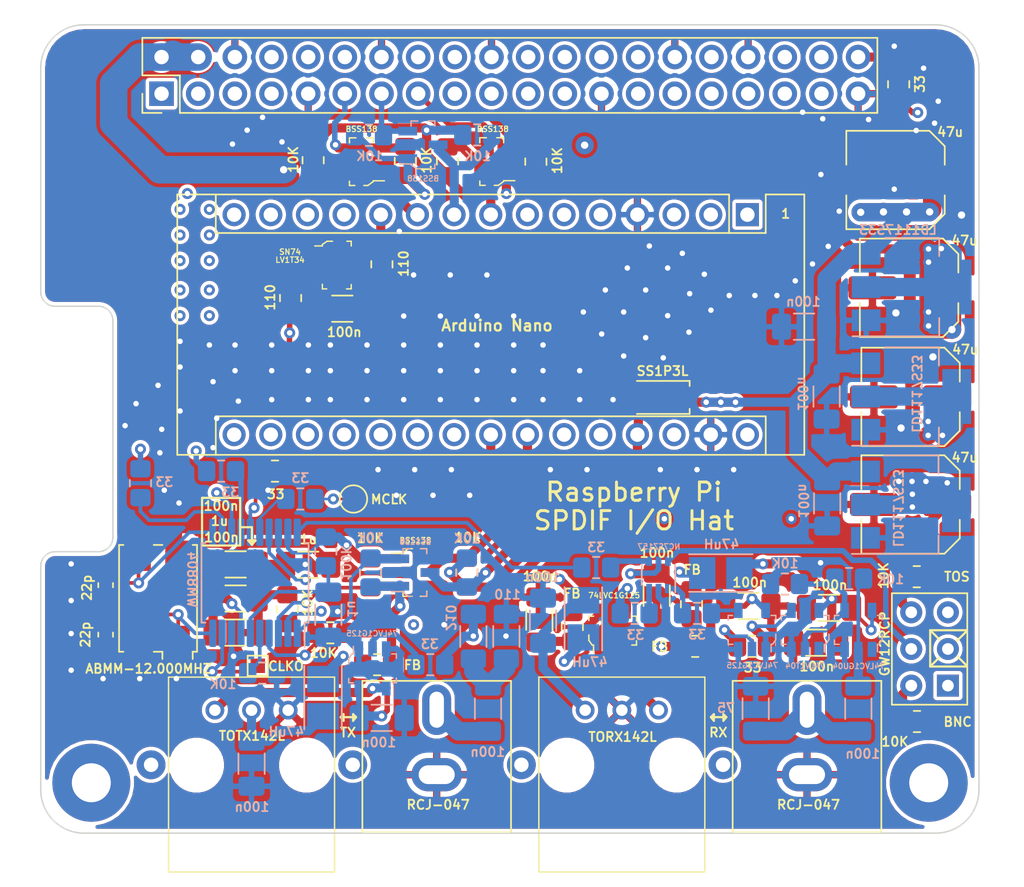
<source format=kicad_pcb>
(kicad_pcb (version 20211014) (generator pcbnew)
  (layers (0 "F.Cu" signal) (1 "In1.Cu" signal) (2 "In2.Cu" signal) (31 "B.Cu" signal) (34 "B.Paste" user) (35 "F.Paste" user) (36 "B.SilkS" user "B.Silkscreen") (37 "F.SilkS" user "F.Silkscreen") (38 "B.Mask" user) (39 "F.Mask" user) (44 "Edge.Cuts" user))
  (net 0 "")
  (net 1 "Net-(J2-Pad3)")
  (net 2 "Net-(A1-Pad16)")
  (net 3 "Net-(A1-Pad15)")
  (net 4 "Net-(A1-Pad30)")
  (net 5 "Net-(A1-Pad14)")
  (net 6 "GNDREF")
  (net 7 "Net-(A1-Pad13)")
  (net 8 "Net-(A1-Pad28)")
  (net 9 "Net-(A1-Pad12)")
  (net 10 "+5V")
  (net 11 "Net-(A1-Pad11)")
  (net 12 "Net-(A1-Pad26)")
  (net 13 "Net-(A1-Pad10)")
  (net 14 "Net-(A1-Pad25)")
  (net 15 "Net-(A1-Pad9)")
  (net 16 "/SCL")
  (net 17 "Net-(A1-Pad8)")
  (net 18 "/SDA")
  (net 19 "Net-(A1-Pad7)")
  (net 20 "Net-(A1-Pad22)")
  (net 21 "Net-(A1-Pad6)")
  (net 22 "Net-(A1-Pad21)")
  (net 23 "Net-(A1-Pad5)")
  (net 24 "Net-(A1-Pad20)")
  (net 25 "Net-(A1-Pad19)")
  (net 26 "Net-(A1-Pad3)")
  (net 27 "Net-(A1-Pad18)")
  (net 28 "Net-(A1-Pad2)")
  (net 29 "Net-(A1-Pad17)")
  (net 30 "Net-(A1-Pad1)")
  (net 31 "Net-(C4-Pad1)")
  (net 32 "+3V3")
  (net 33 "+3.3VA")
  (net 34 "+3.3VP")
  (net 35 "/RST")
  (net 36 "Net-(C10-Pad1)")
  (net 37 "/GPIO22")
  (net 38 "/GPIO27")
  (net 39 "/GPIO17")
  (net 40 "/GPIO26")
  (net 41 "/GPIO16")
  (net 42 "/GPIO13")
  (net 43 "/GPIO12")
  (net 44 "/GPIO6")
  (net 45 "/GPIO5")
  (net 46 "/GPIO1")
  (net 47 "/GPIO0")
  (net 48 "/GPIO7")
  (net 49 "/GPIO8")
  (net 50 "/GPIO11")
  (net 51 "/GPIO25")
  (net 52 "/GPIO9")
  (net 53 "/GPIO10")
  (net 54 "/GPIO24")
  (net 55 "/GPIO23")
  (net 56 "/GPIO15")
  (net 57 "/GPIO14")
  (net 58 "/GPIO4")
  (net 59 "/GPIO3")
  (net 60 "/GPIO2")
  (net 61 "Net-(Q4-Pad2)")
  (net 62 "/TX")
  (net 63 "Net-(R1-Pad1)")
  (net 64 "/RX")
  (net 65 "Net-(R17-Pad2)")
  (net 66 "Net-(R21-Pad1)")
  (net 67 "/3V32")
  (net 68 "/3V31")
  (net 69 "/DIN_WM")
  (net 70 "/DOUT_WM")
  (net 71 "/LRCLK")
  (net 72 "/BCLK")
  (net 73 "Net-(R27-Pad2)")
  (net 74 "Net-(SW1-Pad5)")
  (net 75 "Net-(SW1-Pad3)")
  (net 76 "Net-(SW1-Pad2)")
  (net 77 "Net-(SW1-Pad1)")
  (net 78 "Net-(U8-Pad1)")
  (net 79 "Net-(R10-Pad2)")
  (net 80 "Net-(R23-Pad1)")
  (net 81 "Net-(R32-Pad2)")
  (net 82 "Net-(R33-Pad1)")
  (net 83 "Net-(C1-Pad1)")
  (net 84 "Net-(C2-Pad1)")
  (net 85 "Net-(C3-Pad1)")
  (net 86 "Net-(C5-Pad1)")
  (net 87 "Net-(C6-Pad2)")
  (net 88 "Net-(C6-Pad1)")
  (net 89 "Net-(C7-Pad2)")
  (net 90 "Net-(C7-Pad1)")
  (net 91 "Net-(C8-Pad1)")
  (net 92 "Net-(C15-Pad1)")
  (net 93 "Net-(C16-Pad2)")
  (net 94 "Net-(J1-Pad1)")
  (net 95 "Net-(Q2-Pad2)")
  (net 96 "Net-(R1-Pad2)")
  (net 97 "Net-(R2-Pad1)")
  (net 98 "Net-(R3-Pad1)")
  (net 99 "Net-(R4-Pad2)")
  (net 100 "Net-(R5-Pad2)")
  (net 101 "Net-(R5-Pad1)")
  (net 102 "Net-(R6-Pad2)")
  (net 103 "Net-(R11-Pad1)")
  (net 104 "Net-(R10-Pad1)")
  (net 105 "Net-(R20-Pad2)")
  (net 106 "Net-(R21-Pad2)")
  (net 107 "Net-(R22-Pad1)")
  (net 108 "Net-(R26-Pad1)")
  (net 109 "Net-(U5-Pad1)")
  (net 110 "Net-(U6-Pad1)")
  (net 111 "Net-(TP4-Pad1)")
  (net 112 "Net-(TP5-Pad1)")
  (net 113 "Net-(TP6-Pad1)")
  (net 114 "Net-(TP7-Pad1)")
  (net 115 "+5VL")
  (net 116 "Net-(TP8-Pad1)")
  (net 117 "Net-(R31-Pad2)")
  (footprint "Module:Arduino_Nano" (layer "F.Cu") (at 107.3785 53.0225 -90)
    (fp_text reference "A1" hide)
    (fp_text value "Arduino_Nano_v3.x")
  )
  (footprint "Capacitor_SMD:C_Elec_6.3x5.8" (layer "F.Cu") (at 117.6401 50.6222 180)
    (fp_text reference "C19" hide)
    (fp_text value "47u")
  )
  (footprint "Capacitor_SMD:C_Elec_6.3x5.8" (layer "F.Cu") (at 118.6815 65.6463 180)
    (fp_text reference "C25" hide)
    (fp_text value "47u")
  )
  (footprint "Capacitor_SMD:C_Elec_6.3x5.8" (layer "F.Cu") (at 118.5799 58.0898 180)
    (fp_text reference "C21" hide)
    (fp_text value "47u")
  )
  (footprint "Capacitor_SMD:C_1206_3216Metric_Pad1.33x1.80mm_HandSolder" (layer "F.Cu") (at 92.964 81.0768 90)
    (fp_text reference "C3" hide)
    (fp_text value "100n")
  )
  (footprint "Capacitor_SMD:C_1206_3216Metric_Pad1.33x1.80mm_HandSolder" (layer "F.Cu") (at 79.3115 59.5376 180)
    (fp_text reference "C18" hide)
    (fp_text value "100n")
  )
  (footprint "Capacitor_SMD:C_1206_3216Metric_Pad1.33x1.80mm_HandSolder" (layer "F.Cu") (at 71.9201 79.6163)
    (fp_text reference "C13" hide)
    (fp_text value "1u")
  )
  (footprint "Capacitor_SMD:C_1206_3216Metric_Pad1.33x1.80mm_HandSolder" (layer "F.Cu") (at 71.9201 81.9785)
    (fp_text reference "C14" hide)
    (fp_text value "100n")
  )
  (footprint "Capacitor_SMD:C_0603_1608Metric_Pad1.08x0.95mm_HandSolder" (layer "F.Cu") (at 62.9158 82.1182 -90)
    (fp_text reference "C15")
    (fp_text value "22p")
  )
  (footprint "Capacitor_SMD:C_0603_1608Metric_Pad1.08x0.95mm_HandSolder" (layer "F.Cu") (at 62.9158 78.6892 90)
    (fp_text reference "C16" hide)
    (fp_text value "22p")
  )
  (footprint "Capacitor_SMD:C_1206_3216Metric_Pad1.33x1.80mm_HandSolder" (layer "F.Cu") (at 71.9201 77.2541 180)
    (fp_text reference "C11" hide)
    (fp_text value "100n")
  )
  (footprint "Capacitor_SMD:C_1206_3216Metric_Pad1.33x1.80mm_HandSolder" (layer "F.Cu") (at 76.9493 77.2795)
    (fp_text reference "C12" hide)
    (fp_text value "1u")
  )
  (footprint "Resistor_SMD:R_0805_2012Metric_Pad1.20x1.40mm_HandSolder" (layer "F.Cu") (at 81.7245 84.201)
    (fp_text reference "FB3" hide)
    (fp_text value "Ferrite_Bead_Small")
  )
  (footprint "Resistor_SMD:R_0805_2012Metric_Pad1.20x1.40mm_HandSolder" (layer "F.Cu") (at 95.25 81.5848 90)
    (fp_text reference "FB1" hide)
    (fp_text value "Ferrite_Bead_Small")
  )
  (footprint "Mouser:PLR135T9" (layer "F.Cu") (at 101.219 87.3506 180)
    (fp_text reference "J1" hide)
    (fp_text value "TORX142L")
  )
  (footprint "Connector_PinHeader_2.54mm:PinHeader_2x20_P2.54mm_Vertical" (layer "F.Cu") (at 66.7893 44.64304 90)
    (fp_text reference "J4" hide)
    (fp_text value "Raspberry_Pi_2_3" hide)
  )
  (footprint "digikey-footprints:SOT-23-3" (layer "F.Cu") (at 80.6323 49.3522 180)
    (fp_text reference "Q5" hide)
    (fp_text value "BSS138")
  )
  (footprint "digikey-footprints:SOT-23-3" (layer "F.Cu") (at 89.6661 49.342 180)
    (fp_text reference "Q1" hide)
    (fp_text value "BSS138")
  )
  (footprint "digikey-footprints:SOT-23-3" (layer "F.Cu") (at 84.3407 77.8129)
    (fp_text reference "Q2" hide)
    (fp_text value "BSS138")
  )
  (footprint "Resistor_SMD:R_0805_2012Metric_Pad1.20x1.40mm_HandSolder" (layer "F.Cu") (at 83.6803 49.3014 90)
    (fp_text reference "R28" hide)
    (fp_text value "10K")
  )
  (footprint "Resistor_SMD:R_0805_2012Metric_Pad1.20x1.40mm_HandSolder" (layer "F.Cu") (at 92.7227 49.3522 90)
    (fp_text reference "R13" hide)
    (fp_text value "10K")
  )
  (footprint "Resistor_SMD:R_0805_2012Metric_Pad1.20x1.40mm_HandSolder" (layer "F.Cu") (at 77.2922 49.2506 -90)
    (fp_text reference "R29" hide)
    (fp_text value "10K")
  )
  (footprint "Resistor_SMD:R_0805_2012Metric_Pad1.20x1.40mm_HandSolder" (layer "F.Cu") (at 86.6013 49.3268 90)
    (fp_text reference "R14" hide)
    (fp_text value "10K")
  )
  (footprint "Resistor_SMD:R_0805_2012Metric_Pad1.20x1.40mm_HandSolder" (layer "F.Cu") (at 82.0547 56.4642 -90)
    (fp_text reference "R32" hide)
    (fp_text value "110")
  )
  (footprint "Resistor_SMD:R_0805_2012Metric_Pad1.20x1.40mm_HandSolder" (layer "F.Cu") (at 87.9348 77.8256 90)
    (fp_text reference "R15" hide)
    (fp_text value "10K")
  )
  (footprint "Resistor_SMD:R_0805_2012Metric_Pad1.20x1.40mm_HandSolder" (layer "F.Cu") (at 81.2673 77.8637 -90)
    (fp_text reference "R16" hide)
    (fp_text value "10K")
  )
  (footprint "Resistor_SMD:R_0805_2012Metric_Pad1.20x1.40mm_HandSolder" (layer "F.Cu") (at 75.5015 80.3529 -90)
    (fp_text reference "R17" hide)
    (fp_text value "10K")
  )
  (footprint "Resistor_SMD:R_0805_2012Metric_Pad1.20x1.40mm_HandSolder" (layer "F.Cu") (at 74.6506 70.7898)
    (fp_text reference "R22" hide)
    (fp_text value "33")
  )
  (footprint "Resistor_SMD:R_0805_2012Metric_Pad1.20x1.40mm_HandSolder" (layer "F.Cu") (at 117.856 43.9928 90)
    (fp_text reference "R26" hide)
    (fp_text value "33")
  )
  (footprint "digikey-footprints:SOT-753" (layer "F.Cu") (at 98.044 81.8388)
    (fp_text reference "U1" hide)
    (fp_text value "74LVC1G125DBV")
  )
  (footprint "MountingHole:MountingHole_2.7mm_M2.5_Pad" (layer "F.Cu") (at 61.9252 92.3798)
    (fp_text reference "H1" hide)
    (fp_text value "MountingHole" hide)
  )
  (footprint "MountingHole:MountingHole_2.7mm_M2.5_Pad" (layer "F.Cu") (at 119.9388 92.3798)
    (fp_text reference "H2" hide)
    (fp_text value "MountingHole" hide)
  )
  (footprint "Resistor_SMD:R_0805_2012Metric_Pad1.20x1.40mm_HandSolder" (layer "F.Cu") (at 75.7301 58.801 -90)
    (fp_text reference "R33" hide)
    (fp_text value "110")
  )
  (footprint "Capacitor_SMD:C_Elec_6.3x5.8" (layer "F.Cu") (at 118.6815 73.1012 180)
    (fp_text reference "C23" hide)
    (fp_text value "47u")
  )
  (footprint "Mouser:PLR135T9" (layer "F.Cu") (at 75.565 87.3506 180)
    (fp_text reference "J2" hide)
    (fp_text value "TOTX142L")
  )
  (footprint "Capacitor_SMD:C_1206_3216Metric_Pad1.33x1.80mm_HandSolder" (layer "F.Cu") (at 112.141 82.677 180)
    (fp_text reference "C8" hide)
    (fp_text value "100n")
  )
  (footprint "Capacitor_SMD:C_1206_3216Metric_Pad1.33x1.80mm_HandSolder" (layer "F.Cu") (at 101.092 79.4258 -90)
    (fp_text reference "C1" hide)
    (fp_text value "100n")
  )
  (footprint "Capacitor_SMD:C_1206_3216Metric_Pad1.33x1.80mm_HandSolder" (layer "F.Cu") (at 107.442 80.137)
    (fp_text reference "C10" hide)
    (fp_text value "100n")
  )
  (footprint "Resistor_SMD:R_0805_2012Metric_Pad1.20x1.40mm_HandSolder" (layer "F.Cu") (at 103.759 82.931 180)
    (fp_text reference "FB4" hide)
    (fp_text value "Ferrite_Bead_Small")
  )
  (footprint "Resistor_SMD:R_0805_2012Metric_Pad1.20x1.40mm_HandSolder" (layer "F.Cu") (at 103.505 80.01 -90)
    (fp_text reference "FB2" hide)
    (fp_text value "Ferrite_Bead_Small")
  )
  (footprint "Mouser:CUI_RCJ-04X" (layer "F.Cu") (at 85.852 91.821)
    (fp_text reference "J3" hide)
    (fp_text value "TX_RCA")
  )
  (footprint "Mouser:CUI_RCJ-04X" (layer "F.Cu") (at 111.506 91.821)
    (fp_text reference "J5" hide)
    (fp_text value "RX_RCA")
  )
  (footprint "Resistor_SMD:R_0805_2012Metric_Pad1.20x1.40mm_HandSolder" (layer "F.Cu") (at 119.11 78.105 180)
    (fp_text reference "R4" hide)
    (fp_text value "10K")
  )
  (footprint "Resistor_SMD:R_0805_2012Metric_Pad1.20x1.40mm_HandSolder" (layer "F.Cu") (at 119.126 88.138 180)
    (fp_text reference "R6" hide)
    (fp_text value "10K")
  )
  (footprint "Resistor_SMD:R_0805_2012Metric_Pad1.20x1.40mm_HandSolder" (layer "F.Cu") (at 107.696 82.931)
    (fp_text reference "R10" hide)
    (fp_text value "33")
  )
  (footprint "Button_Switch_THT:SW_NKK_G1xJP" (layer "F.Cu") (at 121.269 85.6512 180)
    (fp_text reference "SW1" hide)
    (fp_text value "GW12RCP")
  )
  (footprint "TestPoint:TestPoint_Pad_D1.5mm" (layer "F.Cu") (at 80.0862 72.7202 90)
    (fp_text reference "TP2" hide)
    (fp_text value "TestPoint")
  )
  (footprint "Capacitor_SMD:C_1206_3216Metric_Pad1.33x1.80mm_HandSolder" (layer "F.Cu") (at 113.03 80.264 180)
    (fp_text reference "C9" hide)
    (fp_text value "100n")
  )
  (footprint "SS1P3L:SS1P3L-M3&slash_84A" (layer "F.Cu") (at 101.5492 65.6844 180)
    (fp_text reference "D1" hide)
    (fp_text value "SS1P3L-M3/84A")
  )
  (footprint "digikey-footprints:SOT-753" (layer "F.Cu") (at 78.9305 56.515 -90)
    (fp_text reference "U8" hide)
    (fp_text value "SN74LV1T34DBV")
  )
  (footprint "Mouser:TestPoint_NoSilk_D2.50mm_Drill1.0mm" (layer "F.Cu") (at 105.664 91.186)
    (fp_text reference "TP4" hide)
    (fp_text value "TestPoint")
  )
  (footprint "Mouser:TestPoint_NoSilk_D2.50mm_Drill1.0mm" (layer "F.Cu") (at 91.694 91.186)
    (fp_text reference "TP5" hide)
    (fp_text value "TestPoint")
  )
  (footprint "Mouser:TestPoint_NoSilk_D2.50mm_Drill1.0mm" (layer "F.Cu") (at 80.01 91.186)
    (fp_text reference "TP6" hide)
    (fp_text value "TestPoint")
  )
  (footprint "Mouser:TestPoint_NoSilk_D2.50mm_Drill1.0mm" (layer "F.Cu") (at 66.04 91.186)
    (fp_text reference "TP7" hide)
    (fp_text value "TestPoint")
  )
  (footprint "Crystal:Crystal_SMD_7050-4Pin_7.0x5.0mm" (layer "F.Cu") (at 66.548 79.6036 90)
    (fp_text reference "Y1" hide)
    (fp_text value "ABMM-12.000MHZ")
  )
  (footprint "Resistor_SMD:R_0805_2012Metric_Pad1.20x1.40mm_HandSolder" (layer "F.Cu") (at 78.486 81.9912 180)
    (fp_text reference "R31" hide)
    (fp_text value "10K")
  )
  (footprint "TestPoint:TestPoint_Pad_1.0x1.0mm" (layer "F.Cu") (at 73.4568 84.2772)
    (fp_text reference "TP8" hide)
    (fp_text value "TestPoint")
  )
  (footprint "Capacitor_SMD:C_1206_3216Metric_Pad1.33x1.80mm_HandSolder" (layer "B.Cu") (at 111.3028 60.7822 180)
    (fp_text reference "C22" hide)
    (fp_text value "100n")
  )
  (footprint "Capacitor_SMD:C_1206_3216Metric_Pad1.33x1.80mm_HandSolder" (layer "B.Cu") (at 112.903 73.025 -90)
    (fp_text reference "C24" hide)
    (fp_text value "100n")
  )
  (footprint "Capacitor_SMD:C_1206_3216Metric_Pad1.33x1.80mm_HandSolder" (layer "B.Cu") (at 82.042 87.884)
    (fp_text reference "C2" hide)
    (fp_text value "100n")
  )
  (footprint "Capacitor_SMD:C_1206_3216Metric_Pad1.33x1.80mm_HandSolder" (layer "B.Cu") (at 112.8649 65.6209 -90)
    (fp_text reference "C20" hide)
    (fp_text value "100n")
  )
  (footprint "Capacitor_SMD:C_1206_3216Metric_Pad1.33x1.80mm_HandSolder" (layer "B.Cu") (at 78.3463 80.7343 90)
    (fp_text reference "C17" hide)
    (fp_text value "1u")
  )
  (footprint "Capacitor_SMD:C_1206_3216Metric_Pad1.33x1.80mm_HandSolder" (layer "B.Cu") (at 73.025 91.059 -90)
    (fp_text reference "C5" hide)
    (fp_text value "100n")
  )
  (footprint "Capacitor_SMD:C_1206_3216Metric_Pad1.33x1.80mm_HandSolder" (layer "B.Cu") (at 93.218 81.153 90)
    (fp_text reference "C4" hide)
    (fp_text value "100n")
  )
  (footprint "Inductor_SMD:L_Taiyo-Yuden_NR-24xx_HandSoldering" (layer "B.Cu") (at 77.978 86.487 90)
    (fp_text reference "L2" hide)
    (fp_text value "47uH")
  )
  (footprint "Inductor_SMD:L_Taiyo-Yuden_NR-24xx_HandSoldering" (layer "B.Cu") (at 105.537 77.851)
    (fp_text reference "L3" hide)
    (fp_text value "47uH")
  )
  (footprint "digikey-footprints:SOT-23-3" (layer "B.Cu") (at 84.8995 48.1838)
    (fp_text reference "Q3" hide)
    (fp_text value "BSS138")
  )
  (footprint "digikey-footprints:SOT-23-3" (layer "B.Cu") (at 84.3407 77.8129)
    (fp_text reference "Q4" hide)
    (fp_text value "BSS138")
  )
  (footprint "Resistor_SMD:R_0805_2012Metric_Pad1.20x1.40mm_HandSolder" (layer "B.Cu") (at 85.4075 84.201)
    (fp_text reference "R3" hide)
    (fp_text value "33")
  )
  (footprint "Resistor_SMD:R_0805_2012Metric_Pad1.20x1.40mm_HandSolder" (layer "B.Cu") (at 81.1657 47.5234)
    (fp_text reference "R18" hide)
    (fp_text value "10K")
  )
  (footprint "Resistor_SMD:R_0805_2012Metric_Pad1.20x1.40mm_HandSolder" (layer "B.Cu") (at 88.6587 47.498)
    (fp_text reference "R19" hide)
    (fp_text value "10K")
  )
  (footprint "Resistor_SMD:R_0805_2012Metric_Pad1.20x1.40mm_HandSolder" (layer "B.Cu") (at 78.1685 76.3491 -90)
    (fp_text reference "R30" hide)
    (fp_text value "100K")
  )
  (footprint "Resistor_SMD:R_0805_2012Metric_Pad1.20x1.40mm_HandSolder" (layer "B.Cu") (at 96.901 77.47 180)
    (fp_text reference "R2" hide)
    (fp_text value "33")
  )
  (footprint "Resistor_SMD:R_0805_2012Metric_Pad1.20x1.40mm_HandSolder" (layer "B.Cu") (at 87.9475 77.8129 -90)
    (fp_text reference "R25" hide)
    (fp_text value "10K")
  )
  (footprint "Resistor_SMD:R_0805_2012Metric_Pad1.20x1.40mm_HandSolder" (layer "B.Cu") (at 81.2673 77.8129 90)
    (fp_text reference "R24" hide)
    (fp_text value "10K")
  )
  (footprint "Resistor_SMD:R_0805_2012Metric_Pad1.20x1.40mm_HandSolder" (layer "B.Cu") (at 73.7616 84.7852 180)
    (fp_text reference "R20" hide)
    (fp_text value "10K")
  )
  (footprint "Resistor_SMD:R_0805_2012Metric_Pad1.20x1.40mm_HandSolder" (layer "B.Cu") (at 76.4032 72.7202)
    (fp_text reference "R21" hide)
    (fp_text value "33")
  )
  (footprint "Resistor_SMD:R_0805_2012Metric_Pad1.20x1.40mm_HandSolder" (layer "B.Cu") (at 70.9168 70.7898 180)
    (fp_text reference "R23" hide)
    (fp_text value "33")
  )
  (footprint "Resistor_SMD:R_0805_2012Metric_Pad1.20x1.40mm_HandSolder" (layer "B.Cu") (at 65.3288 71.628 -90)
    (fp_text reference "R27" hide)
    (fp_text value "33")
  )
  (footprint "Package_TO_SOT_SMD:SOT-223-3_TabPin2" (layer "B.Cu") (at 118.7323 65.6209)
    (fp_text reference "U11" hide)
    (fp_text value "LD1117S33")
  )
  (footprint "digikey-footprints:SOT-753" (layer "B.Cu") (at 81.407 84.455)
    (fp_text reference "U3" hide)
    (fp_text value "74LVC1G125DBV")
  )
  (footprint "Package_TO_SOT_SMD:SOT-223-3_TabPin2" (layer "B.Cu") (at 118.7577 58.039)
    (fp_text reference "U9" hide)
    (fp_text value "LD1117S33")
  )
  (footprint "Package_SO:SSOP-20_5.3x7.2mm_P0.65mm" (layer "B.Cu") (at 73.2663 78.5241 90)
    (fp_text reference "U7" hide)
    (fp_text value "WM8804")
  )
  (footprint "Package_TO_SOT_SMD:SOT-223-3_TabPin2" (layer "B.Cu") (at 118.7069 73.1139)
    (fp_text reference "U10" hide)
    (fp_text value "LD1117S33")
  )
  (footprint "Capacitor_SMD:C_1206_3216Metric_Pad1.33x1.80mm_HandSolder" (layer "B.Cu") (at 89.408 87.249 -90)
    (fp_text reference "C6" hide)
    (fp_text value "100n")
  )
  (footprint "Capacitor_SMD:C_1206_3216Metric_Pad1.33x1.80mm_HandSolder" (layer "B.Cu") (at 115.062 87.249 -90)
    (fp_text reference "C7" hide)
    (fp_text value "100n")
  )
  (footprint "Inductor_SMD:L_Taiyo-Yuden_NR-24xx_HandSoldering" (layer "B.Cu") (at 96.012 81.026 90)
    (fp_text reference "L1" hide)
    (fp_text value "47uH")
  )
  (footprint "Resistor_SMD:R_1206_3216Metric_Pad1.30x1.75mm_HandSolder" (layer "B.Cu") (at 88.392 82.2452 90)
    (fp_text reference "R7" hide)
    (fp_text value "210")
  )
  (footprint "Resistor_SMD:R_1206_3216Metric_Pad1.30x1.75mm_HandSolder" (layer "B.Cu") (at 90.678 82.2452 90)
    (fp_text reference "R8" hide)
    (fp_text value "110")
  )
  (footprint "Resistor_SMD:R_1206_3216Metric_Pad1.30x1.75mm_HandSolder" (layer "B.Cu") (at 107.95 87.249 90)
    (fp_text reference "R12" hide)
    (fp_text value "75")
  )
  (footprint "Resistor_SMD:R_0805_2012Metric_Pad1.20x1.40mm_HandSolder" (layer "B.Cu") (at 114.427 78.232 180)
    (fp_text reference "R9" hide)
    (fp_text value "10K")
  )
  (footprint "Resistor_SMD:R_0805_2012Metric_Pad1.20x1.40mm_HandSolder" (layer "B.Cu") (at 109.982 78.613 180)
    (fp_text reference "R11" hide)
    (fp_text value "10K")
  )
  (footprint "digikey-footprints:SOT-753" (layer "B.Cu") (at 115.062 81.788 180)
    (fp_text reference "U5" hide)
    (fp_text value "74LVC1GU04DBV")
  )
  (footprint "digikey-footprints:SOT-753" (layer "B.Cu") (at 111.379 81.788 180)
    (fp_text reference "U6" hide)
    (fp_text value "74LV1T04DBV")
  )
  (footprint "Package_TO_SOT_SMD:SOT-363_SC-70-6" (layer "B.Cu") (at 101.219 77.978 90)
    (fp_text reference "U2" hide)
    (fp_text value "NC7SZ157P6X")
  )
  (footprint "digikey-footprints:SOT-753" (layer "B.Cu") (at 107.696 81.788 180)
    (fp_text reference "U4" hide)
    (fp_text value "74LVC1G125DBV")
  )
  (footprint "Resistor_SMD:R_0805_2012Metric_Pad1.20x1.40mm_HandSolder" (layer "B.Cu") (at 99.568 80.645 180)
    (fp_text reference "R1" hide)
    (fp_text value "33")
  )
  (footprint "Resistor_SMD:R_0805_2012Metric_Pad1.20x1.40mm_HandSolder" (layer "B.Cu") (at 103.886 80.645)
    (fp_text reference "R5" hide)
    (fp_text value "33")
  )
  (gr_line (start 72.8472 75.5904) (end 72.7964 75.5904) (layer "F.SilkS") (width 0.1524))
  (gr_line (start 73.0504 75.5904) (end 73.3044 75.5904) (layer "F.SilkS") (width 0.1524))
  (gr_line (start 80.0608 88.0872) (end 80.264 87.8332) (layer "F.SilkS") (width 0.1524))
  (gr_line (start 79.4004 88.0872) (end 79.1972 87.8332) (layer "F.SilkS") (width 0.1524))
  (gr_line (start 104.8512 87.8332) (end 105.0544 87.63) (layer "F.SilkS") (width 0.1524))
  (gr_line (start 104.8512 87.8332) (end 105.918 87.8332) (layer "F.SilkS") (width 0.1524))
  (gr_line (start 105.918 87.8332) (end 105.7148 87.63) (layer "F.SilkS") (width 0.1524))
  (gr_line (start 105.7148 87.63) (end 105.7148 88.0872) (layer "F.SilkS") (width 0.1524))
  (gr_line (start 105.0544 87.63) (end 105.0544 88.0872) (layer "F.SilkS") (width 0.1524))
  (gr_line (start 105.7148 88.0872) (end 105.918 87.8332) (layer "F.SilkS") (width 0.1524))
  (gr_line (start 105.0544 88.0872) (end 104.8512 87.8332) (layer "F.SilkS") (width 0.1524))
  (gr_line (start 73.0504 75.8952) (end 73.3044 75.5904) (layer "F.SilkS") (width 0.1524))
  (gr_line (start 73.0504 74.676) (end 73.0504 75.8952) (layer "F.SilkS") (width 0.1524))
  (gr_line (start 120.0404 84.3026) (end 120.0404 84.328) (layer "F.SilkS") (width 0.1524))
  (gr_line (start 79.1972 87.8332) (end 80.264 87.8332) (layer "F.SilkS") (width 0.1524))
  (gr_line (start 122.555 81.8134) (end 120.0404 81.8134) (layer "F.SilkS") (width 0.1524))
  (gr_line (start 122.555 81.8896) (end 121.8946 82.55) (layer "F.SilkS") (width 0.1524))
  (gr_line (start 69.596 72.644) (end 69.7484 72.644) (layer "F.SilkS") (width 0.1524))
  (gr_line (start 73.0504 75.8952) (end 72.7964 75.5904) (layer "F.SilkS") (width 0.1524))
  (gr_line (start 73.152 75.6412) (end 73.0504 75.5396) (layer "F.SilkS") (width 0.1524))
  (gr_line (start 72.2376 72.644) (end 72.2376 75.946) (layer "F.SilkS") (width 0.1524))
  (gr_line (start 73.2536 75.5904) (end 72.8472 75.5904) (layer "F.SilkS") (width 0.1524))
  (gr_line (start 72.2376 75.946) (end 69.596 75.946) (layer "F.SilkS") (width 0.1524))
  (gr_line (start 80.0608 87.63) (end 80.0608 88.0872) (layer "F.SilkS") (width 0.1524))
  (gr_line (start 69.6468 72.644) (end 72.2376 72.644) (layer "F.SilkS") (width 0.1524))
  (gr_line (start 72.7964 75.5904) (end 73.0504 75.8444) (layer "F.SilkS") (width 0.1524))
  (gr_line (start 79.1972 87.8332) (end 79.4004 87.63) (layer "F.SilkS") (width 0.1524))
  (gr_line (start 72.898 75.692) (end 73.152 75.692) (layer "F.SilkS") (width 0.1524))
  (gr_line (start 120.1166 81.8896) (end 120.7008 82.4738) (layer "F.SilkS") (width 0.1524))
  (gr_line (start 79.4004 87.63) (end 79.4004 88.0872) (layer "F.SilkS") (width 0.1524))
  (gr_line (start 122.555 84.2518) (end 121.9454 83.6422) (layer "F.SilkS") (width 0.1524))
  (gr_line (start 72.2376 74.676) (end 73.0504 74.676) (layer "F.SilkS") (width 0.1524))
  (gr_line (start 120.0404 81.8134) (end 120.0404 84.3026) (layer "F.SilkS") (width 0.1524))
  (gr_line (start 120.1166 84.2518) (end 120.65 83.7184) (layer "F.SilkS") (width 0.1524))
  (gr_line (start 120.0404 84.328) (end 122.5804 84.328) (layer "F.SilkS") (width 0.1524))
  (gr_line (start 69.596 75.946) (end 69.596 72.644) (layer "F.SilkS") (width 0.1524))
  (gr_line (start 80.264 87.8332) (end 80.0608 87.63) (layer "F.SilkS") (width 0.1524))
  (gr_line (start 73.152 75.692) (end 73.152 75.6412) (layer "F.SilkS") (width 0.1524))
  (gr_arc (start 61.42 95.87) (mid 59.29868 94.99132) (end 58.42 92.87) (layer "Edge.Cuts") (width 0.1))
  (gr_arc (start 123.42 92.87) (mid 122.54132 94.99132) (end 120.42 95.87) (layer "Edge.Cuts") (width 0.1))
  (gr_arc (start 59.42 59.37) (mid 58.712893 59.077107) (end 58.42 58.37) (layer "Edge.Cuts") (width 0.1))
  (gr_arc (start 62.42 59.37) (mid 63.127107 59.662893) (end 63.42 60.37) (layer "Edge.Cuts") (width 0.1))
  (gr_arc (start 63.42 75.37) (mid 63.127107 76.077107) (end 62.42 76.37) (layer "Edge.Cuts") (width 0.1))
  (gr_arc (start 58.42 77.37) (mid 58.712893 76.662893) (end 59.42 76.37) (layer "Edge.Cuts") (width 0.1))
  (gr_arc (start 58.42 42.87) (mid 59.29868 40.74868) (end 61.42 39.87) (layer "Edge.Cuts") (width 0.1))
  (gr_line (start 61.42 39.87) (end 120.42 39.87) (layer "Edge.Cuts") (width 0.1))
  (gr_arc (start 120.42 39.87) (mid 122.54132 40.74868) (end 123.42 42.87) (layer "Edge.Cuts") (width 0.1))
  (gr_line (start 61.42 95.87) (end 120.42 95.87) (layer "Edge.Cuts") (width 0.1))
  (gr_line (start 63.42 60.37) (end 63.42 75.37) (layer "Edge.Cuts") (width 0.1))
  (gr_line (start 58.42 42.87) (end 58.42 58.37) (layer "Edge.Cuts") (width 0.1))
  (gr_line (start 59.42 59.37) (end 62.42 59.37) (layer "Edge.Cuts") (width 0.1))
  (gr_line (start 58.42 77.37) (end 58.42 92.87) (layer "Edge.Cuts") (width 0.1))
  (gr_line (start 123.42 42.87) (end 123.42 92.87) (layer "Edge.Cuts") (width 0.1))
  (gr_line (start 59.42 76.37) (end 62.42 76.37) (layer "Edge.Cuts") (width 0.1))
  (gr_text "WM8804" (at 68.9102 78.3082 270) (layer "B.SilkS") (effects (font (size 0.635 0.635) (thickness 0.127)) (justify mirror)))
  (gr_text "100K" (at 79.5528 77.1398 270) (layer "B.SilkS") (effects (font (size 0.635 0.635) (thickness 0.127)) (justify mirror)))
  (gr_text "1u" (at 80.01 80.3402 270) (layer "B.SilkS") (effects (font (size 0.635 0.635) (thickness 0.127)) (justify mirror)))
  (gr_text "100n" (at 93.218 78.1304) (layer "B.SilkS") (effects (font (size 0.635 0.635) (thickness 0.127)) (justify mirror)))
  (gr_text "100n" (at 111.2012 65.4304 270) (layer "B.SilkS") (effects (font (size 0.635 0.635) (thickness 0.127)) (justify mirror)))
  (gr_text "LD1117S33" (at 117.8052 54.0766) (layer "B.SilkS") (effects (font (size 0.635 0.635) (thickness 0.127)) (justify mirror)))
  (gr_text "LD1117S33" (at 117.8052 73.3552 270) (layer "B.SilkS") (effects (font (size 0.635 0.635) (thickness 0.127)) (justify mirror)))
  (gr_text "10K" (at 81.2038 48.9712) (layer "B.SilkS") (effects (font (size 0.635 0.635) (thickness 0.127)) (justify mirror)))
  (gr_text "110" (at 90.7542 79.3496) (layer "B.SilkS") (effects (font (size 0.635 0.635) (thickness 0.127)) (justify mirror)))
  (gr_text "BSS138" (at 84.3788 75.692) (layer "B.SilkS") (effects (font (size 0.381 0.381) (thickness 0.0762)) (justify mirror)))
  (gr_text "10K" (at 81.2546 75.4126) (layer "B.SilkS") (effects (font (size 0.635 0.635) (thickness 0.127)) (justify mirror)))
  (gr_text "210" (at 86.8172 80.9498 270) (layer "B.SilkS") (effects (font (size 0.635 0.635) (thickness 0.127)) (justify mirror)))
  (gr_text "33" (at 85.3694 82.7786) (layer "B.SilkS") (effects (font (size 0.635 0.635) (thickness 0.127)) (justify mirror)))
  (gr_text "100n" (at 81.8388 89.5858) (layer "B.SilkS") (effects (font (size 0.635 0.635) (thickness 0.127)) (justify mirror)))
  (gr_text "33" (at 66.9798 71.5518) (layer "B.SilkS") (effects (font (size 0.635 0.635) (thickness 0.127)) (justify mirror)))
  (gr_text "10K" (at 71.0438 85.5472) (layer "B.SilkS") (effects (font (size 0.635 0.635) (thickness 0.127)) (justify mirror)))
  (gr_text "100n" (at 73.0504 94.0562) (layer "B.SilkS") (effects (font (size 0.635 0.635) (thickness 0.127)) (justify mirror)))
  (gr_text "74LVC1G125" (at 81.3816 82.042) (layer "B.SilkS") (effects (font (size 0.381 0.381) (thickness 0.0762)) (justify mirror)))
  (gr_text "47uH" (at 96.4692 84.0232) (layer "B.SilkS") (effects (font (size 0.635 0.635) (thickness 0.127)) (justify mirror)))
  (gr_text "33" (at 99.6188 82.1436) (layer "B.SilkS") (effects (font (size 0.635 0.635) (thickness 0.127)) (justify mirror)))
  (gr_text "NC7SZ157" (at 101.2444 76.0222) (layer "B.SilkS") (effects (font (size 0.381 0.381) (thickness 0.0762)) (justify mirror)))
  (gr_text "47uH" (at 105.5878 75.8698) (layer "B.SilkS") (effects (font (size 0.635 0.635) (thickness 0.127)) (justify mirror)))
  (gr_text "33" (at 103.886 82.1182) (layer "B.SilkS") (effects (font (size 0.635 0.635) (thickness 0.127)) (justify mirror)))
  (gr_text "100n" (at 115.3668 90.3732) (layer "B.SilkS") (effects (font (size 0.635 0.635) (thickness 0.127)) (justify mirror)))
  (gr_text "74LVC1GU04" (at 115.0874 84.3026) (layer "B.SilkS") (effects (font (size 0.381 0.381) (thickness 0.0762)) (justify mirror)))
  (gr_text "100n" (at 111.252 59.055) (layer "B.SilkS") (effects (font (size 0.635 0.635) (thickness 0.127)) (justify mirror)))
  (gr_text "BSS138" (at 84.9122 50.5206) (layer "B.SilkS") (effects (font (size 0.381 0.381) (thickness 0.0762)) (justify mirror)))
  (gr_text "47uH" (at 75.438 88.8492) (layer "B.SilkS") (effects (font (size 0.635 0.635) (thickness 0.127)) (justify mirror)))
  (gr_text "100n" (at 111.252 72.8472 270) (layer "B.SilkS") (effects (font (size 0.635 0.635) (thickness 0.127)) (justify mirror)))
  (gr_text "10K" (at 117.2972 78.2828) (layer "B.SilkS") (effects (font (size 0.635 0.635) (thickness 0.127)) (justify mirror)))
  (gr_text "74LV1T04" (at 111.379 84.2772) (layer "B.SilkS") (effects (font (size 0.381 0.381) (thickness 0.0762)) (justify mirror)))
  (gr_text "74LVC1G125" (at 107.7214 84.2518) (layer "B.SilkS") (effects (font (size 0.381 0.381) (thickness 0.0762)) (justify mirror)))
  (gr_text "100n" (at 89.3826 90.2462) (layer "B.SilkS") (effects (font (size 0.635 0.635) (thickness 0.127)) (justify mirror)))
  (gr_text "10K" (at 87.9602 75.4634) (layer "B.SilkS") (effects (font (size 0.635 0.635) (thickness 0.127)) (justify mirror)))
  (gr_text "33" (at 76.4032 71.2724) (layer "B.SilkS") (effects (font (size 0.635 0.635) (thickness 0.127)) (justify mirror)))
  (gr_text "10K" (at 109.982 77.1906) (layer "B.SilkS") (effects (font (size 0.635 0.635) (thickness 0.127)) (justify mirror)))
  (gr_text "LD1117S33" (at 119.1006 65.4304 270) (layer "B.SilkS") (effects (font (size 0.635 0.635) (thickness 0.127)) (justify mirror)))
  (gr_text "33" (at 71.5518 72.263) (layer "B.SilkS") (effects (font (size 0.635 0.635) (thickness 0.127)) (justify mirror)))
  (gr_text "10K" (at 88.6841 48.9712) (layer "B.SilkS") (effects (font (size 0.635 0.635) (thickness 0.127)) (justify mirror)))
  (gr_text "33" (at 96.901 76.073) (layer "B.SilkS") (effects (font (size 0.635 0.635) (thickness 0.127)) (justify mirror)))
  (gr_text "75" (at 105.8926 87.1982) (layer "B.SilkS") (effects (font (size 0.635 0.635) (thickness 0.127)) (justify mirror)))
  (gr_text "47u" (at 122.428 69.85) (layer "F.SilkS") (effects (font (size 0.635 0.635) (thickness 0.127))))
  (gr_text "47u" (at 121.4247 47.2948) (layer "F.SilkS") (effects (font (size 0.635 0.635) (thickness 0.127))))
  (gr_text "10K" (at 85.1535 49.2506 90) (layer "F.SilkS") (effects (font (size 0.635 0.635) (thickness 0.127))))
  (gr_text "100n" (at 70.9422 75.3872) (layer "F.SilkS") (effects (font (size 0.635 0.635) (thickness 0.127))))
  (gr_text "1u" (at 70.8152 74.2442) (layer "F.SilkS") (effects (font (size 0.635 0.635) (thickness 0.127))))
  (gr_text "100n" (at 70.9168 73.2028) (layer "F.SilkS") (effects (font (size 0.635 0.635) (thickness 0.127))))
  (gr_text "10K" (at 76.9112 79.9084 90) (layer "F.SilkS") (effects (font (size 0.635 0.635) (thickness 0.127))))
  (gr_text "SN74" (at 75.692 55.6006) (layer "F.SilkS") (effects (font (size 0.381 0.381) (thickness 0.0762))))
  (gr_text "110" (at 74.3204 58.7502 90) (layer "F.SilkS") (effects (font (size 0.635 0.635) (thickness 0.127))))
  (gr_text "100n" (at 79.4512 61.1632) (layer "F.SilkS") (effects (font (size 0.635 0.635) (thickness 0.127))))
  (gr_text "110" (at 83.566 56.4134 90) (layer "F.SilkS") (effects (font (size 0.635 0.635) (thickness 0.127))))
  (gr_text "Arduino Nano" (at 90.0303 60.706) (layer "F.SilkS") (effects (font (size 0.762 0.762) (thickness 0.1524))))
  (gr_text "10K" (at 116.8146 78.0288 90) (layer "F.SilkS") (effects (font (size 0.635 0.635) (thickness 0.127))))
  (gr_text "BSS138" (at 80.645 47.0916) (layer "F.SilkS") (effects (font (size 0.381 0.381) (thickness 0.0762))))
  (gr_text "BSS138" (at 89.7382 47.0916) (layer "F.SilkS") (effects (font (size 0.381 0.381) (thickness 0.0762))))
  (gr_text "TOS" (at 121.8946 78.105) (layer "F.SilkS") (effects (font (size 0.635 0.635) (thickness 0.127))))
  (gr_text "100n" (at 101.1174 76.454) (layer "F.SilkS") (effects (font (size 0.635 0.635) (thickness 0.127))))
  (gr_text "74LVC1G125" (at 98.1456 79.4004) (layer "F.SilkS") (effects (font (size 0.381 0.381) (thickness 0.0762))))
  (gr_text "FB" (at 95.2246 79.2734) (layer "F.SilkS") (effects (font (size 0.635 0.635) (thickness 0.127))))
  (gr_text "10K" (at 88.011 75.3872) (layer "F.SilkS") (effects (font (size 0.635 0.635) (thickness 0.127))))
  (gr_text "33" (at 74.7014 72.39) (layer "F.SilkS") (effects (font (size 0.635 0.635) (thickness 0.127))))
  (gr_text "1u" (at 76.962 75.5142) (layer "F.SilkS") (effects (font (size 0.635 0.635) (thickness 0.127))))
  (gr_text "FB" (at 84.1756 84.2264) (layer "F.SilkS") (effects (font (size 0.635 0.635) (thickness 0.127))))
  (gr_text "CLKO" (at 75.4126 84.3026) (layer "F.SilkS") (effects (font (size 0.635 0.635) (thickness 0.127))))
  (gr_text "RCJ-047" (at 111.6076 93.9038) (layer "F.SilkS") (effects (font (size 0.635 0.635) (thickness 0.127))))
  (gr_text "1" (at 110.0328 52.959) (layer "F.SilkS") (effects (font (size 0.635 0.635) (thickness 0.127))))
  (gr_text "BSS138" (at 84.3788 75.5904) (layer "F.SilkS") (effects (font (size 0.381 0.381) (thickness 0.0762))))
  (gr_text "LV1T34" (at 75.692 56.1594) (layer "F.SilkS") (effects (font (size 0.381 0.381) (thickness 0.0762))))
  (gr_text "SPDIF I/O Hat" (at 99.5172 74.2188) (layer "F.SilkS") (effects (font (size 1.27 1.27) (thickness 0.2032))))
  (gr_text "Raspberry Pi" (at 99.5172 72.2376) (layer "F.SilkS") (effects (font (size 1.27 1.27) (thickness 0.2032))))
  (gr_text "TX" (at 79.7052 88.9) (layer "F.SilkS") (effects (font (size 0.635 0.635) (thickness 0.127))))
  (gr_text "RX" (at 105.3592 88.9) (layer "F.SilkS") (effects (font (size 0.635 0.635) (thickness 0.127))))
  (gr_text "10K" (at 78.0034 83.3882) (layer "F.SilkS") (effects (font (size 0.635 0.635) (thickness 0.127))))
  (gr_text "47u" (at 122.4661 62.3697) (layer "F.SilkS") (effects (font (size 0.635 0.635) (thickness 0.127))))
  (gr_text "SS1P3L" (at 101.4984 63.8556) (layer "F.SilkS") (effects (font (size 0.635 0.635) (thickness 0.127))))
  (gr_text "10K" (at 75.9206 49.1998 90) (layer "F.SilkS") (effects (font (size 0.635 0.635) (thickness 0.127))))
  (gr_text "100n" (at 93.0148 78.0796) (layer "F.SilkS") (effects (font (size 0.635 0.635) (thickness 0.127))))
  (gr_text "ABMM-12.000MHZ" (at 65.8876 84.4804) (layer "F.SilkS") (effects (font (size 0.635 0.635) (thickness 0.127))))
  (gr_text "10K" (at 94.2086 49.276 90) (layer "F.SilkS") (effects (font (size 0.635 0.635) (thickness 0.127))))
  (gr_text "RCJ-047" (at 85.9536 93.9038) (layer "F.SilkS") (effects (font (size 0.635 0.635) (thickness 0.127))))
  (gr_text "MCLK" (at 82.55 72.7456) (layer "F.SilkS") (effects (font (size 0.635 0.635) (thickness 0.127))))
  (gr_text "GW12RCP" (at 116.8908 82.7532 90) (layer "F.SilkS") (effects (font (size 0.635 0.635) (thickness 0.127))))
  (gr_text "10K" (at 117.602 89.535) (layer "F.SilkS") (effects (font (size 0.635 0.635) (thickness 0.127))))
  (gr_text "10K" (at 81.2546 75.438) (layer "F.SilkS") (effects (font (size 0.635 0.635) (thickness 0.127))))
  (gr_text "33" (at 107.7468 84.4042) (layer "F.SilkS") (effects (font (size 0.635 0.635) (thickness 0.127))))
  (gr_text "33" (at 119.3292 43.9674 90) (layer "F.SilkS") (effects (font (size 0.635 0.635) (thickness 0.127))))
  (gr_text "100n" (at 113.1062 78.6892) (layer "F.SilkS") (effects (font (size 0.635 0.635) (thickness 0.127))))
  (gr_text "100n" (at 107.5436 78.5114) (layer "F.SilkS") (effects (font (size 0.635 0.635) (thickness 0.127))))
  (gr_text "47u" (at 122.4153 54.8132) (layer "F.SilkS") (effects (font (size 0.635 0.635) (thickness 0.127))))
  (gr_text "FB" (at 101.2952 82.9564) (layer "F.SilkS") (effects (font (size 0.635 0.635) (thickness 0.127))))
  (gr_text "BNC" (at 121.9454 88.1634) (layer "F.SilkS") (effects (font (size 0.635 0.635) (thickness 0.127))))
  (gr_text "100n" (at 112.1918 84.328) (layer "F.SilkS") (effects (font (size 0.635 0.635) (thickness 0.127))))
  (gr_text "FB" (at 103.5558 77.6224) (layer "F.SilkS") (effects (font (size 0.635 0.635) (thickness 0.127))))
  (via (at 68.072 58.2422) (size 0.762) (drill 0.381) (layers "F.Cu" "B.Cu") (net 0))
  (via (at 68.072 60.0202) (size 0.762) (drill 0.381) (layers "F.Cu" "B.Cu") (net 0))
  (via (at 70.104 54.4322) (size 0.762) (drill 0.381) (layers "F.Cu" "B.Cu") (net 0))
  (via (at 70.104 52.6542) (size 0.762) (drill 0.381) (layers "F.Cu" "B.Cu") (net 0))
  (via (at 70.104 58.2422) (size 0.762) (drill 0.381) (layers "F.Cu" "B.Cu") (net 0))
  (via (at 70.104 56.2102) (size 0.762) (drill 0.381) (layers "F.Cu" "B.Cu") (net 0))
  (via (at 70.104 60.0202) (size 0.762) (drill 0.381) (layers "F.Cu" "B.Cu") (net 0))
  (via (at 84.2518 81.4324) (size 0.762) (drill 0.381) (layers "F.Cu" "B.Cu") (net 0))
  (via (at 68.58 51.562) (size 0.762) (drill 0.381) (layers "F.Cu" "B.Cu") (net 0))
  (via (at 68.072 56.2102) (size 0.762) (drill 0.381) (layers "F.Cu" "B.Cu") (net 0))
  (via (at 68.072 54.4322) (size 0.762) (drill 0.381) (layers "F.Cu" "B.Cu") (net 0))
  (via (at 68.072 52.6542) (size 0.762) (drill 0.381) (layers "F.Cu" "B.Cu") (net 0))
  (segment (start 81.129901 86.129099) (end 71.706501 86.129099) (width 0.635) (layer "F.Cu") (net 1))
  (segment (start 71.706501 86.129099) (end 70.485 87.3506) (width 0.635) (layer "F.Cu") (net 1))
  (segment (start 81.407 85.852) (end 81.129901 86.129099) (width 0.635) (layer "F.Cu") (net 1))
  (via (at 81.407 85.852) (size 0.762) (drill 0.381) (layers "F.Cu" "B.Cu") (net 1))
  (segment (start 81.454 85.805) (end 81.407 85.852) (width 0.635) (layer "B.Cu") (net 1))
  (segment (start 82.357 85.805) (end 81.454 85.805) (width 0.635) (layer "B.Cu") (net 1))
  (segment (start 77.749 59.5376) (end 77.749 57.6335) (width 0.635) (layer "F.Cu") (net 6))
  (segment (start 73.4826 77.2541) (end 75.3614 77.2541) (width 0.635) (layer "F.Cu") (net 6))
  (segment (start 62.9158 82.9807) (end 64.7709 82.9807) (width 0.635) (layer "F.Cu") (net 6))
  (segment (start 76.7461 77.2541) (end 75.4122 77.2541) (width 0.635) (layer "F.Cu") (net 6))
  (segment (start 64.7709 82.9807) (end 65.198 82.5536) (width 0.635) (layer "F.Cu") (net 6))
  (segment (start 75.3868 77.2795) (end 75.3868 79.2382) (width 0.635) (layer "F.Cu") (net 6))
  (segment (start 75.4122 77.2541) (end 75.3868 77.2795) (width 0.635) (layer "F.Cu") (net 6))
  (segment (start 77.749 57.6335) (end 77.5805 57.465) (width 0.635) (layer "F.Cu") (net 6))
  (segment (start 75.5015 79.3529) (end 73.746 79.3529) (width 0.635) (layer "F.Cu") (net 6))
  (segment (start 75.3868 79.2382) (end 75.5015 79.3529) (width 0.635) (layer "F.Cu") (net 6))
  (segment (start 73.746 79.3529) (end 73.4826 79.6163) (width 0.635) (layer "F.Cu") (net 6))
  (segment (start 67.898 76.6536) (end 67.898 75.1116) (width 0.635) (layer "F.Cu") (net 6))
  (segment (start 75.3614 77.2541) (end 75.3868 77.2795) (width 0.635) (layer "F.Cu") (net 6))
  (segment (start 73.4826 79.6163) (end 73.4826 81.9785) (width 0.635) (layer "F.Cu") (net 6))
  (via (at 76.7461 77.2541) (size 0.762) (drill 0.381) (layers "F.Cu" "B.Cu") (net 6))
  (via (at 118.0211 67.8053) (size 1.27) (drill 0.508) (layers "F.Cu" "B.Cu") (net 6))
  (via (at 86.106 62.0522) (size 0.762) (drill 0.381) (layers "F.Cu" "B.Cu") (net 6))
  (via (at 111.2012 45.9232) (size 0.762) (drill 0.381) (layers "F.Cu" "B.Cu") (net 6))
  (via (at 71.7804 83.6168) (size 0.762) (drill 0.381) (layers "F.Cu" "B.Cu") (net 6))
  (via (at 88.646 62.0522) (size 0.762) (drill 0.381) (layers "F.Cu" "B.Cu") (net 6))
  (via (at 91.186 62.0522) (size 0.762) (drill 0.381) (layers "F.Cu" "B.Cu") (net 6))
  (via (at 86.106 60.0456) (size 0.762) (drill 0.381) (layers "F.Cu" "B.Cu") (net 6))
  (via (at 88.646 60.0456) (size 0.762) (drill 0.381) (layers "F.Cu" "B.Cu") (net 6))
  (via (at 91.186 60.0456) (size 0.762) (drill 0.381) (layers "F.Cu" "B.Cu") (net 6))
  (via (at 78.486 62.0522) (size 0.762) (drill 0.381) (layers "F.Cu" "B.Cu") (net 6))
  (via (at 83.566 63.8302) (size 0.762) (drill 0.381) (layers "F.Cu" "B.Cu") (net 6))
  (via (at 78.486 65.8368) (size 0.762) (drill 0.381) (layers "F.Cu" "B.Cu") (net 6))
  (via (at 83.566 65.8368) (size 0.762) (drill 0.381) (layers "F.Cu" "B.Cu") (net 6))
  (via (at 78.486 63.8302) (size 0.762) (drill 0.381) (layers "F.Cu" "B.Cu") (net 6))
  (via (at 81.026 63.8302) (size 0.762) (drill 0.381) (layers "F.Cu" "B.Cu") (net 6))
  (via (at 81.026 65.8368) (size 0.762) (drill 0.381) (layers "F.Cu" "B.Cu") (net 6))
  (via (at 81.026 62.0522) (size 0.762) (drill 0.381) (layers "F.Cu" "B.Cu") (net 6))
  (via (at 83.566 62.0522) (size 0.762) (drill 0.381) (layers "F.Cu" "B.Cu") (net 6))
  (via (at 93.218 62.0522) (size 0.762) (drill 0.381) (layers "F.Cu" "B.Cu") (net 6))
  (via (at 93.218 65.8368) (size 0.762) (drill 0.381) (layers "F.Cu" "B.Cu") (net 6))
  (via (at 98.0694 65.8368) (size 0.762) (drill 0.381) (layers "F.Cu" "B.Cu") (net 6))
  (via (at 93.218 63.8302) (size 0.762) (drill 0.381) (layers "F.Cu" "B.Cu") (net 6))
  (via (at 95.758 63.8302) (size 0.762) (drill 0.381) (layers "F.Cu" "B.Cu") (net 6))
  (via (at 95.758 65.8368) (size 0.762) (drill 0.381) (layers "F.Cu" "B.Cu") (net 6))
  (via (at 68.072 61.7982) (size 0.762) (drill 0.381) (layers "F.Cu" "B.Cu") (net 6))
  (via (at 68.072 63.5762) (size 0.762) (drill 0.381) (layers "F.Cu" "B.Cu") (net 6))
  (via (at 96.012 59.7662) (size 0.762) (drill 0.381) (layers "F.Cu" "B.Cu") (net 6))
  (via (at 99.06 56.7182) (size 0.762) (drill 0.381) (layers "F.Cu" "B.Cu") (net 6))
  (via (at 101.854 60.0202) (size 0.762) (drill 0.381) (layers "F.Cu" "B.Cu") (net 6))
  (via (at 100.33 58.2422) (size 0.762) (drill 0.381) (layers "F.Cu" "B.Cu") (net 6))
  (via (at 104.394 57.15) (size 0.762) (drill 0.381) (layers "F.Cu" "B.Cu") (net 6))
  (via (at 102.87 55.7022) (size 0.762) (drill 0.381) (layers "F.Cu" "B.Cu") (net 6))
  (via (at 112.5982 46.3804) (size 0.762) (drill 0.381) (layers "F.Cu" "B.Cu") (net 6))
  (via (at 96.266 70.6882) (size 0.762) (drill 0.381) (layers "F.Cu" "B.Cu") (net 6))
  (via (at 84.328 70.6882) (size 0.762) (drill 0.381) (layers "F.Cu" "B.Cu") (net 6))
  (via (at 93.726 70.6882) (size 0.762) (drill 0.381) (layers "F.Cu" "B.Cu") (net 6))
  (via (at 101.346 70.6882) (size 0.762) (drill 0.381) (layers "F.Cu" "B.Cu") (net 6))
  (via (at 62.738 85.1662) (size 0.762) (drill 0.381) (layers "F.Cu" "B.Cu") (net 6))
  (via (at 65.278 85.1662) (size 0.762) (drill 0.381) (layers "F.Cu" "B.Cu") (net 6))
  (via (at 71.7042 48.133) (size 0.762) (drill 0.381) (layers "F.Cu" "B.Cu") (net 6))
  (via (at 74.168 72.1106) (size 0.762) (drill 0.381) (layers "F.Cu" "B.Cu") (net 6))
  (via (at 112.4458 77.1398) (size 0.762) (drill 0.381) (layers "F.Cu" "B.Cu") (net 6))
  (via (at 67.818 85.1662) (size 0.762) (drill 0.381) (layers "F.Cu" "B.Cu") (net 6))
  (via (at 78.994 80.518) (size 0.762) (drill 0.381) (layers "F.Cu" "B.Cu") (net 6))
  (via (at 83.2612 54.1782) (size 0.762) (drill 0.381) (layers "F.Cu" "B.Cu") (net 6))
  (via (at 120.2309 62.8777) (size 1.27) (drill 0.508) (layers "F.Cu" "B.Cu") (net 6))
  (via (at 117.6655 59.8297) (size 1.27) (drill 0.508) (layers "F.Cu" "B.Cu") (net 6))
  (via (at 122.2121 53.0479) (size 1.27) (drill 0.508) (layers "F.Cu" "B.Cu") (net 6))
  (via (at 83.566 60.0456) (size 0.762) (drill 0.381) (layers "F.Cu" "B.Cu") (net 6))
  (via (at 86.7918 57.2008) (size 0.762) (drill 0.381) (layers "F.Cu" "B.Cu") (net 6))
  (via (at 89.3318 57.2008) (size 0.762) (drill 0.381) (layers "F.Cu" "B.Cu") (net 6))
  (via (at 84.2518 57.2008) (size 0.762) (drill 0.381) (layers "F.Cu" "B.Cu") (net 6))
  (via (at 65.024 66.1162) (size 0.762) (drill 0.381) (layers "F.Cu" "B.Cu") (net 6))
  (via (at 60.5282 79.756) (size 0.762) (drill 0.381) (layers "F.Cu" "B.Cu") (net 6))
  (via (at 117.5512 51.2572) (size 0.762) (drill 0.381) (layers "F.Cu" "B.Cu") (net 6))
  (via (at 100.584 55.1942) (size 0.762) (drill 0.381) (layers "F.Cu" "B.Cu") (net 6))
  (via (at 110.6932 57.6072) (size 0.762) (drill 0.381) (layers "F.Cu" "B.Cu") (net 6))
  (via (at 74.422 63.8302) (size 0.762) (drill 0.381) (layers "F.Cu" "B.Cu") (net 6))
  (via (at 109.4232 58.6232) (size 0.762) (drill 0.381) (layers "F.Cu" "B.Cu") (net 6))
  (via (at 103.886 70.6882) (size 0.762) (drill 0.381) (layers "F.Cu" "B.Cu") (net 6))
  (via (at 74.422 65.8368) (size 0.762) (drill 0.381) (layers "F.Cu" "B.Cu") (net 6))
  (via (at 72.1106 65.9384) (size 0.762) (drill 0.381) (layers "F.Cu" "B.Cu") (net 6))
  (via (at 64.262 67.6402) (size 0.762) (drill 0.381) (layers "F.Cu" "B.Cu") (net 6))
  (via (at 115.7732 46.4312) (size 0.762) (drill 0.381) (layers "F.Cu" "B.Cu") (net 6))
  (via (at 81.788 70.6882) (size 0.762) (drill 0.381) (layers "F.Cu" "B.Cu") (net 6))
  (via (at 68 73) (size 0.762) (drill 0.381) (layers "F.Cu" "B.Cu") (net 6))
  (via (at 106.426 70.6882) (size 0.762) (drill 0.381) (layers "F.Cu" "B.Cu") (net 6))
  (via (at 66.802 67.8942) (size 0.762) (drill 0.381) (layers "F.Cu" "B.Cu") (net 6))
  (via (at 76.962 65.8368) (size 0.762) (drill 0.381) (layers "F.Cu" "B.Cu") (net 6))
  (via (at 86.106 63.8302) (size 0.762) (drill 0.381) (layers "F.Cu" "B.Cu") (net 6))
  (via (at 100.33 61.5442) (size 0.762) (drill 0.381) (layers "F.Cu" "B.Cu") (net 6))
  (via (at 73.787 46.2788) (size 0.762) (drill 0.381) (layers "F.Cu" "B.Cu") (net 6))
  (via (at 101.854 56.7182) (size 0.762) (drill 0.381) (layers "F.Cu" "B.Cu") (net 6))
  (via (at 70.104 62.0522) (size 0.762) (drill 0.381) (layers "F.Cu" "B.Cu") (net 6))
  (via (at 74.422 62.0522) (size 0.762) (drill 0.381) (layers "F.Cu" "B.Cu") (net 6))
  (via (at 76.962 63.8302) (size 0.762) (drill 0.381) (layers "F.Cu" "B.Cu") (net 6))
  (via (at 66.675 69.5198) (size 0.762) (drill 0.381) (layers "F.Cu" "B.Cu") (net 6))
  (via (at 68.072 66.6242) (size 0.762) (drill 0.381) (layers "F.Cu" "B.Cu") (net 6))
  (via (at 120.3452 46.6852) (size 0.762) (drill 0.381) (layers "F.Cu" "B.Cu") (net 6))
  (via (at 97.282 61.2902) (size 0.762) (drill 0.381) (layers "F.Cu" "B.Cu") (net 6))
  (via (at 120.5992 45.1612) (size 0.762) (drill 0.381) (layers "F.Cu" "B.Cu") (net 6))
  (via (at 66.9798 72.1106) (size 0.762) (drill 0.381) (layers "F.Cu" "B.Cu") (net 6))
  (via (at 86.36 81.4324) (size 0.762) (drill 0.381) (layers "F.Cu" "B.Cu") (net 6))
  (via (at 98.806 62.8142) (size 0.762) (drill 0.381) (layers "F.Cu" "B.Cu") (net 6))
  (via (at 88.646 63.8302) (size 0.762) (drill 0.381) (layers "F.Cu" "B.Cu") (net 6))
  (via (at 88.138 72.4662) (size 0.762) (drill 0.381) (layers "F.Cu" "B.Cu") (net 6))
  (via (at 75.1332 47.9806) (size 0.762) (drill 0.381) (layers "F.Cu" "B.Cu") (net 6))
  (via (at 71.882 63.8302) (size 0.762) (drill 0.381) (layers "F.Cu" "B.Cu") (net 6))
  (via (at 70.612 67.1322) (size 0.762) (drill 0.381) (layers "F.Cu" "B.Cu") (net 6))
  (via (at 76.962 62.0522) (size 0.762) (drill 0.381) (layers "F.Cu" "B.Cu") (net 6))
  (via (at 103.378 58.4962) (size 0.762) (drill 0.381) (layers "F.Cu" "B.Cu") (net 6))
  (via (at 112.9792 55.2196) (size 0.762) (drill 0.381) (layers "F.Cu" "B.Cu") (net 6))
  (via (at 101.5492 62.9412) (size 0.762) (drill 0.381) (layers "F.Cu" "B.Cu") (net 6))
  (via (at 112.4712 50.2412) (size 0.762) (drill 0.381) (layers "F.Cu" "B.Cu") (net 6))
  (via (at 72.7202 47.1678) (size 0.762) (drill 0.381) (layers "F.Cu" "B.Cu") (net 6))
  (via (at 70.358 69.1642) (size 0.762) (drill 0.381) (layers "F.Cu" "B.Cu") (net 6))
  (via (at 113.7412 52.7812) (size 0.762) (drill 0.381) (layers "F.Cu" "B.Cu") (net 6))
  (via (at 60.5282 77.216) (size 0.762) (drill 0.381) (layers "F.Cu" "B.Cu") (net 6))
  (via (at 119.5832 42.8752) (size 0.762) (drill 0.381) (layers "F.Cu" "B.Cu") (net 6))
  (via (at 83.058 72.4662) (size 0.762) (drill 0.381) (layers "F.Cu" "B.Cu") (net 6))
  (via (at 98.806 59.7662) (size 0.762) (drill 0.381) (layers "F.Cu" "B.Cu") (net 6))
  (via (at 71.882 62.0522) (size 0.762) (drill 0.381) (layers "F.Cu" "B.Cu") (net 6))
  (via (at 97.536 58.2422) (size 0.762) (drill 0.381) (layers "F.Cu" "B.Cu") (net 6))
  (via (at 103.3272 61.1632) (size 0.762) (drill 0.381) (layers "F.Cu" "B.Cu") (net 6))
  (via (at 119.0752 47.1932) (size 0.762) (drill 0.381) (layers "F.Cu" "B.Cu") (net 6))
  (via (at 90.6526 82.2198) (size 0.762) (drill 0.381) (layers "F.Cu" "B.Cu") (net 6))
  (via (at 66.548 64.8462) (size 0.762) (drill 0.381) (layers "F.Cu" "B.Cu") (net 6))
  (via (at 86.106 65.8368) (size 0.762) (drill 0.381) (layers "F.Cu" "B.Cu") (net 6))
  (via (at 117.5512 41.3512) (size 0.762) (drill 0.381) (layers "F.Cu" "B.Cu") (net 6))
  (via (at 91.186 65.8368) (size 0.762) (drill 0.381) (layers "F.Cu" "B.Cu") (net 6))
  (via (at 70.358 64.5922) (size 0.762) (drill 0.381) (layers "F.Cu" "B.Cu") (net 6))
  (via (at 106.1212 58.6232) (size 0.762) (drill 0.381) (layers "F.Cu" "B.Cu") (net 6))
  (via (at 104.8512 59.6392) (size 0.762) (drill 0.381) (layers "F.Cu" "B.Cu") (net 6))
  (via (at 107.8992 58.6232) (size 0.762) (drill 0.381) (layers "F.Cu" "B.Cu") (net 6))
  (via (at 111.887 56.4388) (size 0.762) (drill 0.381) (layers "F.Cu" "B.Cu") (net 6))
  (via (at 88.646 65.8368) (size 0.762) (drill 0.381) (layers "F.Cu" "B.Cu") (net 6))
  (via (at 60.5282 82.042) (size 0.762) (drill 0.381) (layers "F.Cu" "B.Cu") (net 6))
  (via (at 85.598 72.4662) (size 0.762) (drill 0.381) (layers "F.Cu" "B.Cu") (net 6))
  (via (at 86.868 70.6882) (size 0.762) (drill 0.381) (layers "F.Cu" "B.Cu") (net 6))
  (via (at 91.186 63.8302) (size 0.762) (drill 0.381) (layers "F.Cu" "B.Cu") (net 6))
  (via (at 60.5282 84.582) (size 0.762) (drill 0.381) (layers "F.Cu" "B.Cu") (net 6))
  (segment (start 75.861664 77.2541) (end 74.896464 76.2889) (width 0.381) (layer "B.Cu") (net 6))
  (segment (start 101.219 78.928) (end 101.219 78.9432) (width 0.381) (layer "B.Cu") (net 6))
  (segment (start 74.896464 76.2889) (end 74.896464 75.029264) (width 0.254) (layer "B.Cu") (net 6))
  (segment (start 78.3463 82.2968) (end 80.0854 82.2968) (width 0.635) (layer "B.Cu") (net 6))
  (segment (start 71.6413 82.0241) (end 71.6413 83.4777) (width 0.254) (layer "B.Cu") (net 6))
  (segment (start 101.219 78.9432) (end 101.213501 78.948699) (width 0.381) (layer "B.Cu") (net 6))
  (segment (start 74.896464 75.029264) (end 74.8913 75.0241) (width 0.254) (layer "B.Cu") (net 6))
  (segment (start 108.982 78.613) (end 108.982 78.343) (width 0.635) (layer "B.Cu") (net 6))
  (segment (start 108.982 78.343) (end 110.256491 77.068509) (width 0.635) (layer "B.Cu") (net 6))
  (segment (start 71.6413 83.4777) (end 71.7804 83.6168) (width 0.254) (layer "B.Cu") (net 6))
  (segment (start 79.6488 82.2968) (end 80.457 83.105) (width 0.635) (layer "B.Cu") (net 6))
  (segment (start 101.213501 79.508313) (end 101.517894 79.812706) (width 0.381) (layer "B.Cu") (net 6))
  (segment (start 110.256491 77.068509) (end 112.3188 77.068509) (width 0.635) (layer "B.Cu") (net 6))
  (segment (start 78.3463 82.2968) (end 79.6488 82.2968) (width 0.635) (layer "B.Cu") (net 6))
  (segment (start 101.213501 78.948699) (end 101.213501 79.508313) (width 0.381) (layer "B.Cu") (net 6))
  (segment (start 76.7461 77.2541) (end 75.861664 77.2541) (width 0.381) (layer "B.Cu") (net 6))
  (segment (start 71.628 82.0374) (end 71.6413 82.0241) (width 0.254) (layer "B.Cu") (net 6))
  (segment (start 115.2271 52.8574) (end 119.9769 52.8574) (width 1.27) (layer "F.Cu") (net 10))
  (segment (start 117.7646 48.2092) (end 120.1776 50.6222) (width 1.905) (layer "F.Cu") (net 10))
  (segment (start 120.1776 50.6222) (end 120.1776 52.6567) (width 1.27) (layer "F.Cu") (net 10))
  (segment (start 103.5812 66.0146) (end 103.251 65.6844) (width 0.635) (layer "F.Cu") (net 10))
  (segment (start 120.1776 50.6222) (end 119.9769 50.6222) (width 0.635) (layer "F.Cu") (net 10))
  (segment (start 96.1009 48.2092) (end 117.7646 48.2092) (width 1.905) (layer "F.Cu") (net 10))
  (segment (start 104.521 66.0146) (end 103.5812 66.0146) (width 0.635) (layer "F.Cu") (net 10))
  (segment (start 120.1776 52.6567) (end 120.0023 52.832) (width 1.27) (layer "F.Cu") (net 10))
  (segment (start 104.521 66.0146) (end 106.553 66.0146) (width 0.635) (layer "F.Cu") (net 10))
  (via (at 115.2271 52.8574) (size 1.27) (drill 0.508) (layers "F.Cu" "B.Cu") (net 10))
  (via (at 105.537 66.0146) (size 0.762) (drill 0.381) (layers "F.Cu" "B.Cu") (net 10))
  (via (at 106.553 66.0146) (size 0.762) (drill 0.381) (layers "F.Cu" "B.Cu") (net 10))
  (via (at 96.1009 48.2092) (size 1.27) (drill 0.508) (layers "F.Cu" "B.Cu") (net 10))
  (via (at 75.2475 49.911) (size 1.27) (drill 0.508) (layers "F.Cu" "B.Cu") (net 10))
  (via (at 116.8019 52.832) (size 1.27) (drill 0.508) (layers "F.Cu" "B.Cu") (net 10))
  (via (at 118.4021 52.832) (size 1.27) (drill 0.508) (layers "F.Cu" "B.Cu") (net 10))
  (via (at 104.521 66.0146) (size 0.762) (drill 0.381) (layers "F.Cu" "B.Cu") (net 10))
  (via (at 120.0023 52.832) (size 1.27) (drill 0.508) (layers "F.Cu" "B.Cu") (net 10))
  (segment (start 119.9769 52.8574) (end 120.0023 52.832) (width 1.27) (layer "B.Cu") (net 10))
  (segment (start 113.5516 70.8139) (end 112.903 71.4625) (width 1.27) (layer "B.Cu") (net 10))
  (segment (start 110.9087 69.4682) (end 112.903 71.4625) (width 1.27) (layer "B.Cu") (net 10))
  (segment (start 112.8649 57.4675) (end 112.8649 64.0584) (width 1.27) (layer "B.Cu") (net 10))
  (segment (start 63.4746 46.7106) (end 66.675 49.911) (width 1.905) (layer "B.Cu") (net 10))
  (segment (start 67.564001 41.910001) (end 67.564 41.91) (width 1.905) (layer "B.Cu") (net 10))
  (segment (start 115.2271 52.8574) (end 119.9769 52.8574) (width 1.27) (layer "B.Cu") (net 10))
  (segment (start 110.9087 66.0146) (end 112.8649 64.0584) (width 1.27) (layer "B.Cu") (net 10))
  (segment (start 66.675 49.911) (end 75.2475 49.911) (width 1.905) (layer "B.Cu") (net 10))
  (segment (start 110.9087 66.0146) (end 110.9087 69.4682) (width 1.27) (layer "B.Cu") (net 10))
  (segment (start 114.5934 55.739) (end 112.8649 57.4675) (width 1.27) (layer "B.Cu") (net 10))
  (segment (start 66.7893 42.10304) (end 65.31356 42.10304) (width 1.905) (layer "B.Cu") (net 10))
  (segment (start 104.521 66.0146) (end 110.9087 66.0146) (width 0.635) (layer "B.Cu") (net 10))
  (segment (start 115.5823 63.3209) (end 113.6024 63.3209) (width 1.27) (layer "B.Cu") (net 10))
  (segment (start 63.4746 43.942) (end 63.4746 46.7106) (width 1.905) (layer "B.Cu") (net 10))
  (segment (start 120.0023 52.832) (end 118.5147 52.832) (width 1.27) (layer "B.Cu") (net 10))
  (segment (start 69.3293 42.10304) (end 66.7893 42.10304) (width 1.905) (layer "B.Cu") (net 10))
  (segment (start 113.6024 63.3209) (end 112.8649 64.0584) (width 1.27) (layer "B.Cu") (net 10))
  (segment (start 65.31356 42.10304) (end 63.4746 43.942) (width 1.905) (layer "B.Cu") (net 10))
  (segment (start 115.6077 55.739) (end 114.5934 55.739) (width 1.27) (layer "B.Cu") (net 10))
  (segment (start 115.5569 70.8139) (end 113.5516 70.8139) (width 1.27) (layer "B.Cu") (net 10))
  (segment (start 118.5147 52.832) (end 115.6077 55.739) (width 1.27) (layer "B.Cu") (net 10))
  (segment (start 81.9785 53.0225) (end 81.9785 55.388) (width 0.635) (layer "F.Cu") (net 11))
  (segment (start 81.9785 55.388) (end 82.0547 55.4642) (width 0.635) (layer "F.Cu") (net 11))
  (segment (start 84.6963 53.4162) (end 82.8929 51.6128) (width 0.635) (layer "F.Cu") (net 13))
  (segment (start 77.2922 50.2506) (end 77.6605 50.2506) (width 0.635) (layer "F.Cu") (net 13))
  (segment (start 82.8929 51.6128) (end 81.014198 51.6128) (width 0.635) (layer "F.Cu") (net 13))
  (segment (start 81.014198 51.6128) (end 79.5823 50.180902) (width 0.635) (layer "F.Cu") (net 13))
  (segment (start 77.6605 50.2506) (end 78.5589 49.3522) (width 0.635) (layer "F.Cu") (net 13))
  (segment (start 79.5823 50.180902) (end 79.5823 49.3522) (width 0.635) (layer "F.Cu") (net 13))
  (segment (start 79.5823 49.3522) (end 78.5589 49.3522) (width 0.635) (layer "F.Cu") (net 13))
  (segment (start 87.0671 49.6316) (end 87.0671 53.247) (width 0.635) (layer "B.Cu") (net 15))
  (segment (start 89.6587 48.0982) (end 88.1253 49.6316) (width 0.635) (layer "B.Cu") (net 15))
  (segment (start 85.9495 48.514) (end 87.0671 49.6316) (width 0.635) (layer "B.Cu") (net 15))
  (segment (start 89.6587 47.498) (end 89.6587 48.0982) (width 0.635) (layer "B.Cu") (net 15))
  (segment (start 87.0671 53.247) (end 87.2363 53.4162) (width 0.635) (layer "B.Cu") (net 15))
  (segment (start 85.9495 48.1838) (end 85.9495 48.514) (width 0.635) (layer "B.Cu") (net 15))
  (segment (start 88.1253 49.6316) (end 87.0671 49.6316) (width 0.635) (layer "B.Cu") (net 15))
  (segment (start 92.1385 68.2625) (end 92.1385 74.9173) (width 0.635) (layer "F.Cu") (net 16))
  (segment (start 92.1385 74.9173) (end 89.2302 77.8256) (width 0.635) (layer "F.Cu") (net 16))
  (via (at 89.2302 77.8256) (size 0.762) (drill 0.381) (layers "F.Cu" "B.Cu") (net 16))
  (segment (start 87.9475 78.8129) (end 88.2429 78.8129) (width 0.635) (layer "B.Cu") (net 16))
  (segment (start 86.3907 78.8129) (end 85.3907 77.8129) (width 0.635) (layer "B.Cu") (net 16))
  (segment (start 88.2429 78.8129) (end 89.2302 77.8256) (width 0.635) (layer "B.Cu") (net 16))
  (segment (start 87.9475 78.8129) (end 86.3907 78.8129) (width 0.635) (layer "B.Cu") (net 16))
  (segment (start 86.6013 48.3268) (end 87.6009 48.3268) (width 0.635) (layer "F.Cu") (net 17))
  (segment (start 89.5985 51.2445) (end 88.773 50.419) (width 0.635) (layer "F.Cu") (net 17))
  (segment (start 86.3125 48.3268) (end 86.6013 48.3268) (width 0.635) (layer "F.Cu") (net 17))
  (segment (start 86.5853 48.3108) (end 86.6013 48.3268) (width 0.635) (layer "F.Cu") (net 17))
  (segment (start 87.6009 48.3268) (end 88.6161 49.342) (width 0.635) (layer "F.Cu") (net 17))
  (segment (start 88.773 49.4989) (end 88.6161 49.342) (width 0.635) (layer "F.Cu") (net 17))
  (segment (start 89.5985 53.0225) (end 89.5985 51.2445) (width 0.635) (layer "F.Cu") (net 17))
  (segment (start 88.773 50.419) (end 88.773 49.4989) (width 0.635) (layer "F.Cu") (net 17))
  (segment (start 87.9348 76.8256) (end 86.305898 76.8256) (width 0.635) (layer "F.Cu") (net 18))
  (segment (start 86.305898 76.8256) (end 85.3907 77.740798) (width 0.635) (layer "F.Cu") (net 18))
  (segment (start 89.5985 68.2625) (end 89.5985 75.1619) (width 0.635) (layer "F.Cu") (net 18))
  (segment (start 89.5985 75.1619) (end 87.9348 76.8256) (width 0.635) (layer "F.Cu") (net 18))
  (segment (start 85.3907 77.740798) (end 85.3907 77.8129) (width 0.635) (layer "F.Cu") (net 18))
  (segment (start 93.218 82.053) (end 95.5325 79.7385) (width 0.635) (layer "B.Cu") (net 31))
  (segment (start 95.5325 79.7385) (end 96.012 79.7385) (width 0.635) (layer "B.Cu") (net 31))
  (segment (start 93.218 82.7155) (end 93.218 82.053) (width 0.635) (layer "B.Cu") (net 31))
  (segment (start 93.218 82.7155) (end 93.218 84.4296) (width 0.635) (layer "B.Cu") (net 31))
  (segment (start 93.218 84.4296) (end 96.139 87.3506) (width 0.635) (layer "B.Cu") (net 31))
  (segment (start 118.7831 71.501) (end 117.8687 71.501) (width 0.635) (layer "F.Cu") (net 32))
  (segment (start 119.9515 73.4568) (end 119.9515 72.8726) (width 0.762) (layer "F.Cu") (net 32))
  (segment (start 120.9675 71.501) (end 121.2469 71.7804) (width 0.635) (layer "F.Cu") (net 32))
  (segment (start 71.2343 77.2541) (end 72.70581 75.78259) (width 0.635) (layer "F.Cu") (net 32))
  (segment (start 80.0448 81.9912) (end 82.4992 81.9912) (width 0.635) (layer "F.Cu") (net 32))
  (segment (start 79.6036 76.1877) (end 78.5118 77.2795) (width 0.635) (layer "F.Cu") (net 32))
  (segment (start 118.8085 72.39) (end 120.5078 72.39) (width 0.635) (layer "F.Cu") (net 32))
  (segment (start 82.7245 80.7245) (end 83.312 80.137) (width 0.635) (layer "F.Cu") (net 32))
  (segment (start 82.7245 81.7659) (end 82.7245 80.7245) (width 0.635) (layer "F.Cu") (net 32))
  (segment (start 119.4181 71.7804) (end 118.8085 72.39) (width 0.635) (layer "F.Cu") (net 32))
  (segment (start 79.6036 75.9206) (end 79.6036 76.1877) (width 0.635) (layer "F.Cu") (net 32))
  (segment (start 102.759 82.931) (end 101.4222 82.931) (width 0.635) (layer "F.Cu") (net 32))
  (segment (start 118.9863 73.1012) (end 118.8085 73.279) (width 0.635) (layer "F.Cu") (net 32))
  (segment (start 119.9515 73.279) (end 119.9515 73.4568) (width 0.635) (layer "F.Cu") (net 32))
  (segment (start 103.505 82.185) (end 102.759 82.931) (width 0.635) (layer "F.Cu") (net 32))
  (segment (start 120.3071 71.7804) (end 118.8085 73.279) (width 0.635) (layer "F.Cu") (net 32))
  (segment (start 121.2469 71.7804) (end 119.4181 71.7804) (width 0.635) (layer "F.Cu") (net 32))
  (segment (start 121.2469 73.0733) (end 121.219 73.1012) (width 0.635) (layer "F.Cu") (net 32))
  (segment (start 118.8085 71.5264) (end 118.7831 71.501) (width 0.635) (layer "F.Cu") (net 32))
  (segment (start 118.8085 73.279) (end 118.8085 71.5264) (width 0.635) (layer "F.Cu") (net 32))
  (segment (start 120.3325 71.501) (end 121.2469 72.4154) (width 0.635) (layer "F.Cu") (net 32))
  (segment (start 70.3576 77.2541) (end 71.2343 77.2541) (width 0.635) (layer "F.Cu") (net 32))
  (segment (start 82.4992 81.9912) (end 82.7245 81.7659) (width 0.635) (layer "F.Cu") (net 32))
  (segment (start 80.5467 76.8637) (end 79.6036 75.9206) (width 0.635) (layer "F.Cu") (net 32))
  (segment (start 94.361 78.2828) (end 95.25 79.1718) (width 0.635) (layer "F.Cu") (net 32))
  (segment (start 70.3576 77.2541) (end 70.4723 77.2541) (width 0.381) (layer "F.Cu") (net 32))
  (segment (start 103.505 81.01) (end 103.505 82.185) (width 0.635) (layer "F.Cu") (net 32))
  (segment (start 77.01489 75.78259) (end 78.5118 77.2795) (width 0.635) (layer "F.Cu") (net 32))
  (segment (start 120.11 74.2102) (end 121.219 73.1012) (width 0.635) (layer "F.Cu") (net 32))
  (segment (start 119.7483 71.501) (end 118.7831 71.501) (width 0.635) (layer "F.Cu") (net 32))
  (segment (start 82.7245 84.201) (end 82.7245 81.7659) (width 0.635) (layer "F.Cu") (net 32))
  (segment (start 81.2673 76.8637) (end 80.5467 76.8637) (width 0.635) (layer "F.Cu") (net 32))
  (segment (start 121.219 73.1012) (end 118.9863 73.1012) (width 0.635) (layer "F.Cu") (net 32))
  (segment (start 119.7483 71.501) (end 120.9675 71.501) (width 0.635) (layer "F.Cu") (net 32))
  (segment (start 121.2469 71.7804) (end 121.2469 72.4154) (width 0.635) (layer "F.Cu") (net 32))
  (segment (start 120.6119 72.6186) (end 119.9515 73.279) (width 0.635) (layer "F.Cu") (net 32))
  (segment (start 81.2673 76.8637) (end 83.2899 76.8637) (width 0.635) (layer "F.Cu") (net 32))
  (segment (start 121.2469 72.4154) (end 121.2469 73.0733) (width 0.635) (layer "F.Cu") (net 32))
  (segment (start 83.2899 76.8637) (end 83.2907 76.8629) (width 0.635) (layer "F.Cu") (net 32))
  (segment (start 120.11 78.105) (end 120.11 74.2102) (width 0.635) (layer "F.Cu") (net 32))
  (segment (start 95.25 79.1718) (end 95.25 80.5848) (width 0.635) (layer "F.Cu") (net 32))
  (segment (start 72.70581 75.78259) (end 77.01489 75.78259) (width 0.635) (layer "F.Cu") (net 32))
  (segment (start 121.2469 71.7804) (end 120.3071 71.7804) (width 0.635) (layer "F.Cu") (net 32))
  (segment (start 78.5118 77.2795) (end 78.5118 76.9616) (width 0.635) (layer "F.Cu") (net 32))
  (segment (start 119.7483 71.501) (end 120.3325 71.501) (width 0.635) (layer "F.Cu") (net 32))
  (segment (start 120.5078 72.39) (end 121.219 73.1012) (width 0.635) (layer "F.Cu") (net 32))
  (via (at 118.8085 73.279) (size 0.762) (drill 0.381) (layers "F.Cu" "B.Cu") (net 32))
  (via (at 121.2215 71.6026) (size 0.762) (drill 0.381) (layers "F.Cu" "B.Cu") (net 32))
  (via (at 118.7831 71.501) (size 0.762) (drill 0.381) (layers "F.Cu" "B.Cu") (net 32))
  (via (at 118.8085 72.39) (size 0.762) (drill 0.381) (layers "F.Cu" "B.Cu") (net 32))
  (via (at 117.8687 71.501) (size 0.762) (drill 0.381) (layers "F.Cu" "B.Cu") (net 32))
  (via (at 119.7483 71.501) (size 0.762) (drill 0.381) (layers "F.Cu" "B.Cu") (net 32))
  (via (at 83.312 80.137) (size 0.762) (drill 0.381) (layers "F.Cu" "B.Cu") (net 32))
  (via (at 79.6036 75.9206) (size 0.762) (drill 0.381) (layers "F.Cu" "B.Cu") (net 32))
  (via (at 101.4222 82.931) (size 0.762) (drill 0.381) (layers "F.Cu" "B.Cu") (net 32))
  (via (at 94.361 78.2828) (size 0.762) (drill 0.381) (layers "F.Cu" "B.Cu") (net 32))
  (segment (start 75.5413 76.1255) (end 75.8571 76.4413) (width 0.254) (layer "B.Cu") (net 32))
  (segment (start 121.8569 73.1139) (end 120.2309 73.1139) (width 0.635) (layer "B.Cu") (net 32))
  (segment (start 121.8569 73.1139) (end 120.8405 73.1139) (width 1.27) (layer "B.Cu") (net 32))
  (segment (start 83.2907 78.7629) (end 83.2907 80.1157) (width 0.635) (layer "B.Cu") (net 32))
  (segment (start 83.2907 78.7629) (end 83.2907 78.6806) (width 0.635) (layer "B.Cu") (net 32))
  (segment (start 119.5832 71.7804) (end 120.8532 71.7804) (width 1.27) (layer "B.Cu") (net 32))
  (segment (start 77.0763 76.4413) (end 78.1685 75.3491) (width 0.254) (layer "B.Cu") (net 32))
  (segment (start 75.5413 75.0241) (end 75.5413 76.1255) (width 0.254) (layer "B.Cu") (net 32))
  (segment (start 117.8687 71.501) (end 119.3038 71.501) (width 1.27) (layer "B.Cu") (net 32))
  (segment (start 81.3173 78.7629) (end 81.2673 78.8129) (width 0.635) (layer "B.Cu") (net 32))
  (segment (start 118.4021 73.1139) (end 118.0719 73.1139) (width 0.635) (layer "B.Cu") (net 32))
  (segment (start 81.2452 78.7908) (end 81.2673 78.8129) (width 0.635) (layer "B.Cu") (net 32))
  (segment (start 119.3038 71.501) (end 119.5832 71.7804) (width 1.27) (layer "B.Cu") (net 32))
  (segment (start 78.1685 75.3491) (end 79.0321 75.3491) (width 0.635) (layer "B.Cu") (net 32))
  (segment (start 115.5569 73.1139) (end 118.0719 73.1139) (width 1.27) (layer "B.Cu") (net 32))
  (segment (start 119.4816 73.1139) (end 117.8687 71.501) (width 1.27) (layer "B.Cu") (net 32))
  (segment (start 78.1685 75.3491) (end 78.5241 75.3491) (width 0.635) (layer "B.Cu") (net 32))
  (segment (start 118.0719 73.1139) (end 121.8569 73.1139) (width 1.27) (layer "B.Cu") (net 32))
  (segment (start 83.2907 78.7629) (end 81.3173 78.7629) (width 0.635) (layer "B.Cu") (net 32))
  (segment (start 75.8571 76.4413) (end 77.0763 76.4413) (width 0.254) (layer "B.Cu") (net 32))
  (segment (start 83.2907 80.1157) (end 83.312 80.137) (width 0.635) (layer "B.Cu") (net 32))
  (segment (start 121.8569 73.1139) (end 119.4816 73.1139) (width 1.27) (layer "B.Cu") (net 32))
  (segment (start 120.8405 73.1139) (end 120.2182 72.4916) (width 1.27) (layer "B.Cu") (net 32))
  (segment (start 79.0321 75.3491) (end 79.6036 75.9206) (width 0.635) (layer "B.Cu") (net 32))
  (segment (start 70.3576 79.6163) (end 71.3105 79.6163) (width 0.635) (layer "F.Cu") (net 33))
  (segment (start 119.9007 65.5955) (end 119.9007 67.3481) (width 0.635) (layer "F.Cu") (net 33))
  (segment (start 121.219 65.6463) (end 121.219 66.995) (width 1.27) (layer "F.Cu") (net 33))
  (segment (start 121.219 66.995) (end 119.9007 68.3133) (width 1.27) (layer "F.Cu") (net 33))
  (segment (start 119.9007 67.3481) (end 120.5357 67.3481) (width 0.635) (layer "F.Cu") (net 33))
  (segment (start 120.1928 67.6148) (end 120.8913 68.3133) (width 0.635) (layer "F.Cu") (net 33))
  (segment (start 121.219 65.6463) (end 119.9515 65.6463) (width 0.635) (layer "F.Cu") (net 33))
  (segment (start 70.3576 81.9785) (end 70.3576 79.6163) (width 0.635) (layer "F.Cu") (net 33))
  (segment (start 120.5357 67.9577) (end 120.1928 67.6148) (width 0.635) (layer "F.Cu") (net 33))
  (segment (start 119.9515 65.6463) (end 119.9007 65.5955) (width 0.635) (layer "F.Cu") (net 33))
  (segment (start 120.5357 66.3296) (end 121.219 65.6463) (width 0.635) (layer "F.Cu") (net 33))
  (segment (start 71.3105 79.6163) (end 71.6661 79.9719) (width 0.635) (layer "F.Cu") (net 33))
  (segment (start 120.5357 67.3481) (end 120.5357 66.3296) (width 0.635) (layer "F.Cu") (net 33))
  (segment (start 121.1199 67.3481) (end 121.1199 65.7454) (width 0.635) (layer "F.Cu") (net 33))
  (segment (start 119.9007 67.3481) (end 119.9261 67.3481) (width 0.635) (layer "F.Cu") (net 33))
  (segment (start 120.5357 67.3481) (end 121.1199 67.3481) (width 0.635) (layer "F.Cu") (net 33))
  (segment (start 121.1199 65.7454) (end 121.219 65.6463) (width 0.635) (layer "F.Cu") (net 33))
  (segment (start 110.4138 74.0918) (end 101.6254 74.0918) (width 1.27) (layer "F.Cu") (net 33))
  (segment (start 119.9261 67.3481) (end 120.1928 67.6148) (width 0.635) (layer "F.Cu") (net 33))
  (via (at 119.9007 68.3133) (size 0.762) (drill 0.381) (layers "F.Cu" "B.Cu") (net 33))
  (via (at 119.9007 67.3481) (size 0.762) (drill 0.381) (layers "F.Cu" "B.Cu") (net 33))
  (via (at 120.8913 68.3133) (size 0.762) (drill 0.381) (layers "F.Cu" "B.Cu") (net 33))
  (via (at 101.6254 74.0918) (size 0.762) (drill 0.381) (layers "F.Cu" "B.Cu") (net 33))
  (via (at 110.4138 74.0918) (size 0.762) (drill 0.381) (layers "F.Cu" "B.Cu") (net 33))
  (via (at 71.6661 79.9719) (size 0.762) (drill 0.381) (layers "F.Cu" "B.Cu") (net 33))
  (segment (start 121.4247 68.3133) (end 119.9007 68.3133) (width 0.635) (layer "B.Cu") (net 33))
  (segment (start 121.8823 67.8557) (end 121.4247 68.3133) (width 0.635) (layer "B.Cu") (net 33))
  (segment (start 121.666 65.38) (end 121.666 67.6148) (width 1.27) (layer "B.Cu") (net 33))
  (segment (start 120.2817 68.3133) (end 120.2817 65.9765) (width 0.635) (layer "B.Cu") (net 33))
  (segment (start 115.5823 65.6209) (end 120.2563 65.6209) (width 1.27) (layer "B.Cu") (net 33))
  (segment (start 120.8913 68.3133) (end 120.8913 66.2559) (width 1.27) (layer "B.Cu") (net 33))
  (segment (start 119.9007 67.3481) (end 120.3833 66.8655) (width 0.635) (layer "B.Cu") (net 33))
  (segment (start 119.9007 65.9765) (end 120.2563 65.6209) (width 0.635) (layer "B.Cu") (net 33))
  (segment (start 120.2563 65.6209) (end 120.2563 66.7385) (width 0.635) (layer "B.Cu") (net 33))
  (segment (start 72.2913 80.5971) (end 72.2913 82.0241) (width 0.254) (layer "B.Cu") (net 33))
  (segment (start 120.2563 65.6209) (end 121.8823 65.6209) (width 1.27) (layer "B.Cu") (net 33))
  (segment (start 120.8913 66.2559) (end 120.2563 65.6209) (width 1.27) (layer "B.Cu") (net 33))
  (segment (start 120.8913 66.3575) (end 120.8913 66.2559) (width 0.635) (layer "B.Cu") (net 33))
  (segment (start 120.2563 66.7385) (end 120.3833 66.8655) (width 0.635) (layer "B.Cu") (net 33))
  (segment (start 120.3833 66.8655) (end 120.8913 66.3575) (width 0.635) (layer "B.Cu") (net 33))
  (segment (start 71.9201 80.2259) (end 72.2913 80.5971) (width 0.254) (layer "B.Cu") (net 33))
  (segment (start 119.9007 68.3133) (end 119.9007 65.9765) (width 0.635) (layer "B.Cu") (net 33))
  (segment (start 92.7227 50.3522) (end 109.6358 50.3522) (width 0.635) (layer "F.Cu") (net 34))
  (segment (start 121.1174 56.5887) (end 119.9261 55.3974) (width 1.27) (layer "F.Cu") (net 34))
  (segment (start 121.1174 58.0898) (end 121.1174 56.5887) (width 1.27) (layer "F.Cu") (net 34))
  (segment (start 121.1174 59.5401) (end 119.9261 60.7314) (width 1.27) (layer "F.Cu") (net 34))
  (segment (start 81.6823 50.3022) (end 83.6795 50.3022) (width 0.635) (layer "F.Cu") (net 34))
  (segment (start 90.678 51.562) (end 90.678 50.3301) (width 0.635) (layer "F.Cu") (net 34))
  (segment (start 121.5517 56.1086) (end 120.8151 55.372) (width 1.27) (layer "F.Cu") (net 34))
  (segment (start 114.681 55.3974) (end 119.9261 55.3974) (width 0.635) (layer "F.Cu") (net 34))
  (segment (start 90.7161 50.292) (end 92.6625 50.292) (width 0.635) (layer "F.Cu") (net 34))
  (segment (start 121.1174 58.0898) (end 121.1174 59.5401) (width 1.27) (layer "F.Cu") (net 34))
  (segment (start 121.5517 60.9854) (end 120.1801 60.9854) (width 1.27) (layer "F.Cu") (net 34))
  (segment (start 90.678 50.3301) (end 90.7161 50.292) (width 0.635) (layer "F.Cu") (net 34))
  (segment (start 119.9261 60.7314) (end 119.9261 55.3974) (width 1.27) (layer "F.Cu") (net 34))
  (segment (start 83.6803 50.3014) (end 84.87721 51.49831) (width 0.635) (layer "F.Cu") (net 34))
  (segment (start 92.6625 50.292) (end 92.7227 50.3522) (width 0.635) (layer "F.Cu") (net 34))
  (segment (start 83.6795 50.3022) (end 83.6803 50.3014) (width 0.635) (layer "F.Cu") (net 34))
  (segment (start 119.9261 58.2422) (end 119.9261 59.7662) (width 0.635) (layer "F.Cu") (net 34))
  (segment (start 109.6358 50.3522) (end 114.681 55.3974) (width 0.635) (layer "F.Cu") (net 34))
  (segment (start 121.5517 60.9854) (end 121.5517 56.1086) (width 1.27) (layer "F.Cu") (net 34))
  (segment (start 120.1801 60.9854) (end 119.9261 60.7314) (width 1.27) (layer "F.Cu") (net 34))
  (segment (start 119.9261 55.3974) (end 119.9261 58.2422) (width 0.635) (layer "F.Cu") (net 34))
  (segment (start 120.0785 58.0898) (end 119.9261 58.2422) (width 0.635) (layer "F.Cu") (net 34))
  (segment (start 121.1174 58.0898) (end 120.0785 58.0898) (width 0.635) (layer "F.Cu") (net 34))
  (via (at 119.9261 55.3974) (size 0.762) (drill 0.381) (layers "F.Cu" "B.Cu") (net 34))
  (via (at 119.9261 60.7314) (size 0.762) (drill 0.381) (layers "F.Cu" "B.Cu") (net 34))
  (via (at 119.9261 59.7662) (size 0.762) (drill 0.381) (layers "F.Cu" "B.Cu") (net 34))
  (via (at 121.5517 60.9854) (size 1.27) (drill 0.508) (layers "F.Cu" "B.Cu") (net 34))
  (via (at 102.6668 77.7748) (size 0.762) (drill 0.381) (layers "F.Cu" "B.Cu") (net 34))
  (via (at 79.375 83.6168) (size 0.762) (drill 0.381) (layers "F.Cu" "B.Cu") (net 34))
  (via (at 94.6912 83.9724) (size 0.762) (drill 0.381) (layers "F.Cu" "B.Cu") (net 34))
  (via (at 90.678 51.562) (size 0.762) (drill 0.381) (layers "F.Cu" "B.Cu") (net 34))
  (via (at 85.0265 51.6128) (size 0.762) (drill 0.381) (layers "F.Cu" "B.Cu") (net 34))
  (via (at 119.9261 56.3118) (size 0.762) (drill 0.381) (layers "F.Cu" "B.Cu") (net 34))
  (via (at 120.8151 55.372) (size 0.762) (drill 0.381) (layers "F.Cu" "B.Cu") (net 34))
  (segment (start 120.0023 55.4228) (end 120.6623 55.4228) (width 0.635) (layer "B.Cu") (net 34))
  (segment (start 104.2495 77.851) (end 102.7176 77.851) (width 0.635) (layer "B.Cu") (net 34))
  (segment (start 121.9077 58.039) (end 121.6533 58.039) (width 0.635) (layer "B.Cu") (net 34))
  (segment (start 120.5103 58.039) (end 121.9077 58.039) (width 1.27) (layer "B.Cu") (net 34))
  (segment (start 77.978 85.1995) (end 77.978 85.0138) (width 0.635) (layer "B.Cu") (net 34))
  (segment (start 119.9261 60.7314) (end 119.9261 60.0206) (width 0.635) (layer "B.Cu") (net 34))
  (segment (start 120.5357 59.9694) (end 120.5357 59.1566) (width 0.635) (layer "B.Cu") (net 34))
  (segment (start 96.139 82.4405) (end 96.012 82.3135) (width 0.635) (layer "B.Cu") (net 34))
  (segment (start 121.9077 59.0546) (end 120.7643 60.198) (width 0.635) (layer "B.Cu") (net 34))
  (segment (start 120.8151 55.372) (end 121.4247 55.9816) (width 0.635) (layer "B.Cu") (net 34))
  (segment (start 102.7176 77.851) (end 102.6414 77.7748) (width 0.635) (layer "B.Cu") (net 34))
  (segment (start 121.6533 58.039) (end 120.5357 59.1566) (width 0.635) (layer "B.Cu") (net 34))
  (segment (start 115.6077 58.039) (end 120.5103 58.039) (width 1.27) (layer "B.Cu") (net 34))
  (segment (start 96.012 82.3135) (end 96.012 82.6516) (width 0.635) (layer "B.Cu") (net 34))
  (segment (start 120.2692 55.9179) (end 120.2692 56.4005) (width 0.635) (layer "B.Cu") (net 34))
  (segment (start 121.6787 55.372) (end 121.9077 55.601) (width 0.635) (layer "B.Cu") (net 34))
  (segment (start 85.0265 51.6128) (end 83.8749 50.4612) (width 0.635) (layer "B.Cu") (net 34))
  (segment (start 121.9077 55.601) (end 121.9077 58.039) (width 0.635) (layer "B.Cu") (net 34))
  (segment (start 119.9261 59.7662) (end 120.5357 59.1566) (width 0.635) (layer "B.Cu") (net 34))
  (segment (start 119.9261 55.3974) (end 119.9261 56.6928) (width 0.635) (layer "B.Cu") (net 34))
  (segment (start 120.3833 57.3278) (end 120.3833 57.15) (width 0.635) (layer "B.Cu") (net 34))
  (segment (start 120.5103 58.039) (end 120.5103 57.5056) (width 0.635) (layer "B.Cu") (net 34))
  (segment (start 121.5517 60.9854) (end 121.5517 58.395) (width 0.635) (layer "B.Cu") (net 34))
  (segment (start 120.8151 55.372) (end 120.8151 56.896) (width 0.635) (layer "B.Cu") (net 34))
  (segment (start 77.978 85.0138) (end 79.375 83.6168) (width 0.635) (layer "B.Cu") (net 34))
  (segment (start 120.3833 57.15) (end 119.9261 56.6928) (width 0.635) (layer "B.Cu") (net 34))
  (segment (start 121.9077 59.3594) (end 120.2817 60.9854) (width 0.635) (layer "B.Cu") (net 34))
  (segment (start 83.8749 50.2768) (end 83.8749 49.1592) (width 0.635) (layer "B.Cu") (net 34))
  (segment (start 120.5357 58.0644) (end 120.5103 58.039) (width 0.635) (layer "B.Cu") (net 34))
  (segment (start 120.8151 55.372) (end 121.6787 55.372) (width 0.635) (layer "B.Cu") (net 34))
  (segment (start 119.9261 60.7314) (end 120.4595 60.198) (width 0.635) (layer "B.Cu") (net 34))
  (segment (start 120.2692 56.4005) (end 120.9423 57.0736) (width 0.635) (layer "B.Cu") (net 34))
  (segment (start 120.5103 57.5056) (end 120.9423 57.0736) (width 0.635) (layer "B.Cu") (net 34))
  (segment (start 120.8151 56.896) (end 120.3833 57.3278) (width 0.635) (layer "B.Cu") (net 34))
  (segment (start 83.8749 50.4612) (end 83.8749 50.2768) (width 0.635) (layer "B.Cu") (net 34))
  (segment (start 121.9077 58.039) (end 121.9077 58.5974) (width 0.635) (layer "B.Cu") (net 34))
  (segment (start 119.9261 56.0574) (end 120.2692 56.4005) (width 0.635) (layer "B.Cu") (net 34))
  (segment (start 119.9261 60.0206) (end 121.9077 58.039) (width 0.635) (layer "B.Cu") (net 34))
  (segment (start 81.993912 49.1338) (end 83.8495 49.1338) (width 0.381) (layer "B.Cu") (net 34))
  (segment (start 121.5517 58.395) (end 121.9077 58.039) (width 0.635) (layer "B.Cu") (net 34))
  (segment (start 120.7643 60.198) (end 120.5357 59.9694) (width 0.635) (layer "B.Cu") (net 34))
  (segment (start 121.5517 60.9854) (end 120.2817 60.9854) (width 0.635) (layer "B.Cu") (net 34))
  (segment (start 96.012 82.6516) (end 94.6912 83.9724) (width 0.635) (layer "B.Cu") (net 34))
  (segment (start 121.5517 60.9854) (end 120.7643 60.198) (width 0.635) (layer "B.Cu") (net 34))
  (segment (start 121.9077 58.5974) (end 120.5357 59.9694) (width 0.635) (layer "B.Cu") (net 34))
  (segment (start 121.9077 58.039) (end 121.9077 59.0546) (width 0.635) (layer "B.Cu") (net 34))
  (segment (start 119.9261 56.6928) (end 119.9261 60.7314) (width 0.635) (layer "B.Cu") (net 34))
  (segment (start 120.5357 59.1566) (end 120.5357 58.0644) (width 0.635) (layer "B.Cu") (net 34))
  (segment (start 120.4595 60.198) (end 120.7643 60.198) (width 0.635) (layer "B.Cu") (net 34))
  (segment (start 121.9077 58.039) (end 121.9077 59.3594) (width 0.635) (layer "B.Cu") (net 34))
  (segment (start 80.383512 47.5234) (end 81.993912 49.1338) (width 0.381) (layer "B.Cu") (net 34))
  (segment (start 120.2817 60.9854) (end 120.1801 60.9854) (width 0.635) (layer "B.Cu") (net 34))
  (segment (start 120.8151 55.372) (end 120.2692 55.9179) (width 0.635) (layer "B.Cu") (net 34))
  (segment (start 80.1657 47.5234) (end 80.383512 47.5234) (width 0.381) (layer "B.Cu") (net 34))
  (segment (start 120.1801 60.9854) (end 119.9261 60.7314) (width 0.635) (layer "B.Cu") (net 34))
  (segment (start 120.9423 57.0736) (end 121.9077 58.039) (width 0.635) (layer "B.Cu") (net 34))
  (segment (start 119.9261 55.3974) (end 119.9261 56.0574) (width 0.635) (layer "B.Cu") (net 34))
  (segment (start 78.3463 79.1968) (end 78.295899 79.146399) (width 0.254) (layer "B.Cu") (net 35))
  (segment (start 72.9413 81.008492) (end 72.9413 82.0241) (width 0.254) (layer "B.Cu") (net 35))
  (segment (start 78.295899 79.146399) (end 74.803393 79.146399) (width 0.254) (layer "B.Cu") (net 35))
  (segment (start 78.3463 77.5269) (end 78.1685 77.3491) (width 0.254) (layer "B.Cu") (net 35))
  (segment (start 78.3463 79.1968) (end 78.3463 77.5269) (width 0.254) (layer "B.Cu") (net 35))
  (segment (start 74.803393 79.146399) (end 72.9413 81.008492) (width 0.254) (layer "B.Cu") (net 35))
  (segment (start 105.8795 80.137) (end 107.188 80.137) (width 0.381) (layer "F.Cu") (net 36))
  (segment (start 104.838499 80.797001) (end 105.4985 80.137) (width 0.635) (layer "F.Cu") (net 36))
  (segment (start 104.759 82.931) (end 104.838499 82.851501) (width 0.635) (layer "F.Cu") (net 36))
  (segment (start 104.838499 82.851501) (end 104.838499 80.797001) (width 0.635) (layer "F.Cu") (net 36))
  (segment (start 107.188 80.137) (end 107.696 79.629) (width 0.381) (layer "F.Cu") (net 36))
  (via (at 107.696 79.629) (size 0.762) (drill 0.381) (layers "F.Cu" "B.Cu") (net 36))
  (segment (start 107.837 79.629) (end 108.646 80.438) (width 0.381) (layer "B.Cu") (net 36))
  (segment (start 107.696 79.629) (end 107.837 79.629) (width 0.381) (layer "B.Cu") (net 36))
  (segment (start 92.6829 48.392) (end 92.7227 48.3522) (width 0.635) (layer "F.Cu") (net 37))
  (segment (start 86.73846 46.8122) (end 84.5693 44.64304) (width 0.381) (layer "F.Cu") (net 37))
  (segment (start 89.1363 46.8122) (end 86.73846 46.8122) (width 0.381) (layer "F.Cu") (net 37))
  (segment (start 90.7161 48.392) (end 92.6829 48.392) (width 0.635) (layer "F.Cu") (net 37))
  (segment (start 90.7161 48.392) (end 89.1363 46.8122) (width 0.381) (layer "F.Cu") (net 37))
  (segment (start 82.0293 44.64304) (end 82.0293 47.387) (width 0.381) (layer "B.Cu") (net 38))
  (segment (start 82.4553 47.2338) (end 82.1657 47.5234) (width 0.381) (layer "B.Cu") (net 38))
  (segment (start 82.0293 47.387) (end 82.1657 47.5234) (width 0.381) (layer "B.Cu") (net 38))
  (segment (start 83.8495 47.2338) (end 82.4553 47.2338) (width 0.381) (layer "B.Cu") (net 38))
  (segment (start 81.6823 48.4022) (end 83.5795 48.4022) (width 0.635) (layer "F.Cu") (net 39))
  (segment (start 83.5795 48.4022) (end 83.6803 48.3014) (width 0.635) (layer "F.Cu") (net 39))
  (segment (start 79.06 48.4022) (end 78.8416 48.1838) (width 0.635) (layer "F.Cu") (net 39))
  (segment (start 81.6823 48.4022) (end 79.06 48.4022) (width 0.635) (layer "F.Cu") (net 39))
  (via (at 78.8416 48.1838) (size 0.762) (drill 0.381) (layers "F.Cu" "B.Cu") (net 39))
  (segment (start 79.4893 44.64304) (end 79.4893 45.9613) (width 0.381) (layer "B.Cu") (net 39))
  (segment (start 79.1718 46.2788) (end 79.0194 46.4312) (width 0.381) (layer "B.Cu") (net 39))
  (segment (start 78.7908 48.3362) (end 78.7908 46.6598) (width 0.381) (layer "B.Cu") (net 39))
  (segment (start 78.7908 46.6598) (end 79.1718 46.2788) (width 0.381) (layer "B.Cu") (net 39))
  (segment (start 79.4893 45.9613) (end 79.1718 46.2788) (width 0.381) (layer "B.Cu") (net 39))
  (segment (start 79.9084 80.8228) (end 79.9084 78.1718) (width 0.254) (layer "B.Cu") (net 61))
  (segment (start 81.3173 76.8629) (end 81.2673 76.8129) (width 0.635) (layer "B.Cu") (net 61))
  (segment (start 76.1913 82.0241) (end 76.96211 81.25329) (width 0.254) (layer "B.Cu") (net 61))
  (segment (start 76.1913 82.0241) (end 76.1913 82.5921) (width 0.254) (layer "B.Cu") (net 61))
  (segment (start 79.47791 81.25329) (end 79.9084 80.8228) (width 0.254) (layer "B.Cu") (net 61))
  (segment (start 79.9084 78.1718) (end 81.2673 76.8129) (width 0.254) (layer "B.Cu") (net 61))
  (segment (start 76.96211 81.25329) (end 79.47791 81.25329) (width 0.1778) (layer "B.Cu") (net 61))
  (segment (start 83.2907 76.8629) (end 81.3173 76.8629) (width 0.635) (layer "B.Cu") (net 61))
  (segment (start 76.1913 82.0241) (end 76.1913 82.3635) (width 0.254) (layer "B.Cu") (net 61))
  (via (at 76.7588 78.3082) (size 0.762) (drill 0.381) (layers "F.Cu" "B.Cu") (net 62))
  (via (at 88.392 82.2198) (size 0.762) (drill 0.381) (layers "F.Cu" "B.Cu") (net 62))
  (segment (start 74.2413 75.0241) (end 74.2413 76.441972) (width 0.254) (layer "B.Cu") (net 62))
  (segment (start 74.2413 76.441972) (end 76.107528 78.3082) (width 0.254) (layer "B.Cu") (net 62))
  (segment (start 87.780608 82.2198) (end 86.4075 83.592908) (width 0.635) (layer "B.Cu") (net 62))
  (segment (start 86.4075 83.592908) (end 86.4075 84.201) (width 0.635) (layer "B.Cu") (net 62))
  (segment (start 76.107528 78.3082) (end 76.7588 78.3082) (width 0.254) (layer "B.Cu") (net 62))
  (segment (start 88.392 80.6952) (end 88.392 82.2198) (width 0.635) (layer "B.Cu") (net 62))
  (segment (start 88.392 82.2198) (end 87.780608 82.2198) (width 0.635) (layer "B.Cu") (net 62))
  (segment (start 100.569 80.644) (end 100.568 80.645) (width 0.381) (layer "B.Cu") (net 63))
  (segment (start 100.569 78.928) (end 100.569 80.644) (width 0.381) (layer "B.Cu") (net 63))
  (segment (start 100.95 80.263) (end 100.568 80.645) (width 0.381) (layer "B.Cu") (net 63))
  (segment (start 76.84731 74.36809) (end 76.1913 75.0241) (width 0.254) (layer "B.Cu") (net 64))
  (segment (start 96.282 77.47) (end 91.059 77.47) (width 0.254) (layer "B.Cu") (net 64))
  (segment (start 87.95709 74.36809) (end 76.84731 74.36809) (width 0.254) (layer "B.Cu") (net 64))
  (segment (start 76.1913 75.0241) (end 76.1913 74.9975) (width 0.254) (layer "B.Cu") (net 64))
  (segment (start 91.059 77.47) (end 87.95709 74.36809) (width 0.254) (layer "B.Cu") (net 64))
  (segment (start 76.184 80.6704) (end 75.5015 81.3529) (width 0.254) (layer "F.Cu") (net 65))
  (segment (start 76.184 80.6704) (end 77.6732 80.6704) (width 0.254) (layer "F.Cu") (net 65))
  (segment (start 77.6732 80.6704) (end 77.851 80.4926) (width 0.254) (layer "F.Cu") (net 65))
  (segment (start 75.5015 81.3529) (end 75.6445 81.3529) (width 0.381) (layer "F.Cu") (net 65))
  (via (at 77.851 80.4926) (size 0.762) (drill 0.381) (layers "F.Cu" "B.Cu") (net 65))
  (segment (start 75.879392 80.6704) (end 75.5413 81.008492) (width 0.254) (layer "B.Cu") (net 65))
  (segment (start 75.5413 81.008492) (end 75.856702 80.69309) (width 0.254) (layer "B.Cu") (net 65))
  (segment (start 75.879392 80.6704) (end 77.6732 80.6704) (width 0.254) (layer "B.Cu") (net 65))
  (segment (start 77.6732 80.6704) (end 77.851 80.4926) (width 0.254) (layer "B.Cu") (net 65))
  (segment (start 75.5413 82.0241) (end 75.5413 81.008492) (width 0.254) (layer "B.Cu") (net 65))
  (segment (start 74.296737 73.356937) (end 74.438 73.215674) (width 0.1778) (layer "B.Cu") (net 66))
  (segment (start 73.5913 74.062374) (end 74.296737 73.356937) (width 0.1778) (layer "B.Cu") (net 66))
  (segment (start 74.933474 72.7202) (end 74.296737 73.356937) (width 0.1778) (layer "B.Cu") (net 66))
  (segment (start 75.4032 72.7202) (end 74.933474 72.7202) (width 0.1778) (layer "B.Cu") (net 66))
  (segment (start 73.5913 75.0241) (end 73.5913 74.062374) (width 0.1778) (layer "B.Cu") (net 66))
  (segment (start 116.96624 42.10304) (end 117.856 42.9928) (width 0.635) (layer "F.Cu") (net 69))
  (segment (start 115.0493 42.10304) (end 116.96624 42.10304) (width 0.635) (layer "F.Cu") (net 69))
  (via (at 65.3288 69.2658) (size 0.762) (drill 0.381) (layers "F.Cu" "B.Cu") (net 70))
  (segment (start 65.3288 69.2658) (end 65.3288 70.628) (width 0.381) (layer "B.Cu") (net 70))
  (segment (start 75.6506 70.7898) (end 75.6506 61.2742) (width 0.381) (layer "F.Cu") (net 71))
  (segment (start 75.6666 59.801) (end 75.6666 61.0743) (width 0.381) (layer "F.Cu") (net 71))
  (segment (start 75.7301 61.0743) (end 75.5904 61.214) (width 0.381) (layer "F.Cu") (net 71))
  (via (at 75.6666 61.214) (size 0.762) (drill 0.381) (layers "F.Cu" "B.Cu") (net 71))
  (segment (start 75.6506 61.2742) (end 75.5904 61.214) (width 0.381) (layer "B.Cu") (net 71))
  (via (at 69.1896 69.3928) (size 0.762) (drill 0.381) (layers "F.Cu" "B.Cu") (net 72))
  (segment (start 69.1896 70.0626) (end 69.9168 70.7898) (width 0.381) (layer "B.Cu") (net 72))
  (segment (start 69.1896 69.3928) (end 69.1896 70.0626) (width 0.381) (layer "B.Cu") (net 72))
  (segment (start 70.9913 75.0241) (end 70.9913 74.008492) (width 0.254) (layer "B.Cu") (net 73))
  (segment (start 70.439988 73.6092) (end 70.439798 73.60901) (width 0.254) (layer "B.Cu") (net 73))
  (segment (start 69.08819 73.60901) (end 68.5038 74.1934) (width 0.254) (layer "B.Cu") (net 73))
  (segment (start 65.9384 74.1934) (end 65.3288 73.5838) (width 0.254) (layer "B.Cu") (net 73))
  (segment (start 68.5038 74.1934) (end 65.9384 74.1934) (width 0.254) (layer "B.Cu") (net 73))
  (segment (start 70.592008 73.6092) (end 70.439988 73.6092) (width 0.254) (layer "B.Cu") (net 73))
  (segment (start 65.3288 73.5838) (end 65.3288 72.628) (width 0.254) (layer "B.Cu") (net 73))
  (segment (start 70.439798 73.60901) (end 69.08819 73.60901) (width 0.254) (layer "B.Cu") (net 73))
  (segment (start 70.9913 74.008492) (end 70.592008 73.6092) (width 0.254) (layer "B.Cu") (net 73))
  (segment (start 102.590501 76.306499) (end 101.869 77.028) (width 0.381) (layer "B.Cu") (net 74))
  (segment (start 114.008331 76.306499) (end 102.590501 76.306499) (width 0.381) (layer "B.Cu") (net 74))
  (segment (start 116.967 77.989812) (end 115.939188 76.962) (width 0.381) (layer "B.Cu") (net 74))
  (segment (start 116.967 81.3492) (end 116.967 77.989812) (width 0.381) (layer "B.Cu") (net 74))
  (segment (start 115.939188 76.962) (end 114.663832 76.962) (width 0.381) (layer "B.Cu") (net 74))
  (segment (start 114.663832 76.962) (end 114.008331 76.306499) (width 0.381) (layer "B.Cu") (net 74))
  (segment (start 118.729 83.1112) (end 116.967 81.3492) (width 0.381) (layer "B.Cu") (net 74))
  (segment (start 108.696 82.534) (end 107.696 81.534) (width 0.635) (layer "F.Cu") (net 79))
  (segment (start 108.696 82.931) (end 108.696 82.534) (width 0.635) (layer "F.Cu") (net 79))
  (segment (start 108.696 82.931) (end 108.696 82.788) (width 0.254) (layer "F.Cu") (net 79))
  (via (at 107.696 81.534) (size 0.762) (drill 0.381) (layers "F.Cu" "B.Cu") (net 79))
  (segment (start 107.696 81.534) (end 109.333 81.534) (width 0.254) (layer "B.Cu") (net 79))
  (segment (start 109.333 81.534) (end 110.429 80.438) (width 0.254) (layer "B.Cu") (net 79))
  (segment (start 72.2913 75.0241) (end 72.2913 72.7681) (width 0.254) (layer "B.Cu") (net 80))
  (segment (start 72.3011 75.0143) (end 72.2913 75.0241) (width 0.254) (layer "B.Cu") (net 80))
  (segment (start 72.2913 72.7681) (end 72.2913 71.1643) (width 0.381) (layer "B.Cu") (net 80))
  (segment (start 72.2913 71.1643) (end 71.9168 70.7898) (width 0.381) (layer "B.Cu") (net 80))
  (segment (start 80.2805 57.465) (end 82.0539 57.465) (width 0.635) (layer "F.Cu") (net 81))
  (segment (start 82.0539 57.465) (end 82.0547 57.4642) (width 0.635) (layer "F.Cu") (net 81))
  (segment (start 77.0161 56.515) (end 75.7301 57.801) (width 0.381) (layer "F.Cu") (net 82))
  (segment (start 77.5805 56.515) (end 77.0161 56.515) (width 0.381) (layer "F.Cu") (net 82))
  (segment (start 101.3075 77.851) (end 101.346 77.8125) (width 0.381) (layer "F.Cu") (net 83))
  (segment (start 103.505 79.01) (end 102.5435 79.01) (width 0.635) (layer "F.Cu") (net 83))
  (segment (start 101.0535 77.9018) (end 101.092 77.8633) (width 0.635) (layer "F.Cu") (net 83))
  (segment (start 99.2886 77.9018) (end 101.0535 77.9018) (width 0.635) (layer "F.Cu") (net 83))
  (segment (start 102.5435 79.01) (end 101.346 77.8125) (width 0.635) (layer "F.Cu") (net 83))
  (via (at 99.2886 77.9018) (size 0.762) (drill 0.381) (layers "F.Cu" "B.Cu") (net 83))
  (segment (start 101.219 77.597) (end 101.219 77.028) (width 0.381) (layer "B.Cu") (net 83))
  (segment (start 99.314 77.851) (end 100.965 77.851) (width 0.381) (layer "B.Cu") (net 83))
  (segment (start 100.965 77.851) (end 101.219 77.597) (width 0.381) (layer "B.Cu") (net 83))
  (segment (start 82.422999 85.681687) (end 80.942312 84.201) (width 0.381) (layer "F.Cu") (net 84))
  (segment (start 82.042 87.757) (end 82.422999 87.376001) (width 0.381) (layer "F.Cu") (net 84))
  (segment (start 82.422999 87.376001) (end 82.422999 85.681687) (width 0.381) (layer "F.Cu") (net 84))
  (segment (start 80.942312 84.201) (end 80.7245 84.201) (width 0.381) (layer "F.Cu") (net 84))
  (via (at 82.042 87.757) (size 0.762) (drill 0.381) (layers "F.Cu" "B.Cu") (net 84))
  (segment (start 82.042 87.757) (end 80.6065 87.757) (width 0.635) (layer "B.Cu") (net 84))
  (segment (start 80.457 87.8615) (end 80.4795 87.884) (width 0.381) (layer "B.Cu") (net 84))
  (segment (start 80.457 85.805) (end 80.457 87.8615) (width 0.381) (layer "B.Cu") (net 84))
  (segment (start 80.6065 87.757) (end 80.4795 87.884) (width 0.635) (layer "B.Cu") (net 84))
  (segment (start 95.25 82.5848) (end 97.094 80.7408) (width 0.635) (layer "F.Cu") (net 85))
  (segment (start 93.2725 82.534) (end 93.218 82.5885) (width 0.635) (layer "F.Cu") (net 85))
  (segment (start 97.094 80.7408) (end 97.094 80.4888) (width 0.635) (layer "F.Cu") (net 85))
  (segment (start 95.25 82.5848) (end 93.0185 82.5848) (width 0.635) (layer "F.Cu") (net 85))
  (segment (start 76.9795 88.773) (end 77.978 87.7745) (width 0.635) (layer "B.Cu") (net 86))
  (segment (start 74.93 88.773) (end 76.9795 88.773) (width 0.635) (layer "B.Cu") (net 86))
  (segment (start 73.025 89.4965) (end 74.2065 89.4965) (width 0.635) (layer "B.Cu") (net 86))
  (segment (start 74.2065 89.4965) (end 74.93 88.773) (width 0.635) (layer "B.Cu") (net 86))
  (segment (start 73.025 89.4965) (end 73.025 87.3506) (width 0.635) (layer "B.Cu") (net 86))
  (segment (start 87.3425 88.8115) (end 85.852 87.321) (width 1.27) (layer "B.Cu") (net 87))
  (segment (start 89.408 88.8115) (end 88.8615 88.8115) (width 1.27) (layer "B.Cu") (net 87))
  (segment (start 89.408 88.8115) (end 87.3425 88.8115) (width 1.27) (layer "B.Cu") (net 87))
  (segment (start 90.678 84.4165) (end 89.408 85.6865) (width 1.27) (layer "B.Cu") (net 88))
  (segment (start 88.392 84.6705) (end 89.408 85.6865) (width 1.27) (layer "B.Cu") (net 88))
  (segment (start 90.678 83.7952) (end 90.678 84.4165) (width 1.27) (layer "B.Cu") (net 88))
  (segment (start 88.392 83.7952) (end 88.392 84.6705) (width 1.27) (layer "B.Cu") (net 88))
  (segment (start 107.95 88.799) (end 110.028 88.799) (width 1.27) (layer "B.Cu") (net 89))
  (segment (start 115.062 88.8115) (end 114.5155 88.8115) (width 1.27) (layer "B.Cu") (net 89))
  (segment (start 110.028 88.799) (end 111.506 87.321) (width 1.27) (layer "B.Cu") (net 89))
  (segment (start 107.95 88.799) (end 108.484 88.799) (width 1.27) (layer "B.Cu") (net 89))
  (segment (start 112.9965 88.8115) (end 111.506 87.321) (width 1.27) (layer "B.Cu") (net 89))
  (segment (start 115.062 88.8115) (end 112.9965 88.8115) (width 1.27) (layer "B.Cu") (net 89))
  (segment (start 115.062 78.883) (end 115.062 83.138) (width 0.254) (layer "B.Cu") (net 90))
  (segment (start 115.062 83.138) (end 115.062 85.6865) (width 0.635) (layer "B.Cu") (net 90))
  (segment (start 113.2205 79.629) (end 113.9575 79.629) (width 0.635) (layer "F.Cu") (net 91))
  (segment (start 113.7035 82.677) (end 113.284 82.677) (width 0.254) (layer "F.Cu") (net 91))
  (segment (start 110.8075 77.216) (end 113.2205 79.629) (width 0.635) (layer "F.Cu") (net 91))
  (segment (start 108.458 77.216) (end 110.8075 77.216) (width 0.635) (layer "F.Cu") (net 91))
  (segment (start 114.427 80.264) (end 115.951 81.788) (width 0.254) (layer "F.Cu") (net 91))
  (segment (start 113.9575 79.629) (end 114.5925 80.264) (width 0.635) (layer "F.Cu") (net 91))
  (segment (start 113.2205 79.629) (end 113.2205 82.194) (width 0.635) (layer "F.Cu") (net 91))
  (segment (start 113.2205 82.194) (end 113.7035 82.677) (width 0.635) (layer "F.Cu") (net 91))
  (via (at 115.951 81.788) (size 0.762) (drill 0.381) (layers "F.Cu" "B.Cu") (net 91))
  (via (at 113.2205 79.629) (size 0.762) (drill 0.381) (layers "F.Cu" "B.Cu") (net 91))
  (via (at 108.458 77.216) (size 0.762) (drill 0.381) (layers "F.Cu" "B.Cu") (net 91))
  (segment (start 116.012 81.727) (end 115.951 81.788) (width 0.254) (layer "B.Cu") (net 91))
  (segment (start 112.329 80.438) (end 112.4115 80.438) (width 0.381) (layer "B.Cu") (net 91))
  (segment (start 112.4115 80.438) (end 113.2205 79.629) (width 0.381) (layer "B.Cu") (net 91))
  (segment (start 116.012 80.438) (end 116.012 81.727) (width 0.254) (layer "B.Cu") (net 91))
  (segment (start 107.33401 77.46849) (end 106.8245 77.978) (width 0.381) (layer "B.Cu") (net 91))
  (segment (start 107.4595 77.216) (end 106.8245 77.851) (width 0.635) (layer "B.Cu") (net 91))
  (segment (start 108.458 77.216) (end 107.4595 77.216) (width 0.635) (layer "B.Cu") (net 91))
  (segment (start 67.945 82.5066) (end 67.898 82.5536) (width 0.254) (layer "F.Cu") (net 92))
  (segment (start 67.945 80.7212) (end 67.945 82.5066) (width 0.254) (layer "F.Cu") (net 92))
  (segment (start 62.9158 81.2557) (end 63.4503 80.7212) (width 0.254) (layer "F.Cu") (net 92))
  (segment (start 63.4503 80.7212) (end 67.945 80.7212) (width 0.254) (layer "F.Cu") (net 92))
  (via (at 67.945 80.7212) (size 0.762) (drill 0.381) (layers "F.Cu" "B.Cu") (net 92))
  (segment (start 69.1209 82.0241) (end 67.9704 80.8736) (width 0.254) (layer "B.Cu") (net 92))
  (segment (start 70.3413 82.0241) (end 69.1209 82.0241) (width 0.254) (layer "B.Cu") (net 92))
  (segment (start 63.6259 78.5368) (end 62.9158 77.8267) (width 0.254) (layer "F.Cu") (net 93))
  (segment (start 65.198 76.6536) (end 65.198 78.533) (width 0.254) (layer "F.Cu") (net 93))
  (segment (start 65.198 78.533) (end 65.2018 78.5368) (width 0.254) (layer "F.Cu") (net 93))
  (segment (start 65.2018 78.5368) (end 63.6259 78.5368) (width 0.254) (layer "F.Cu") (net 93))
  (via (at 65.2018 78.5368) (size 0.762) (drill 0.381) (layers "F.Cu" "B.Cu") (net 93))
  (segment (start 70.3413 75.0241) (end 69.0873 75.0241) (width 0.254) (layer "B.Cu") (net 93))
  (segment (start 69.0873 75.0241) (end 68.7145 75.0241) (width 0.254) (layer "B.Cu") (net 93))
  (segment (start 68.7145 75.0241) (end 65.2018 78.5368) (width 0.254) (layer "B.Cu") (net 93))
  (segment (start 98.044 84.1756) (end 98.044 83.1888) (width 0.635) (layer "F.Cu") (net 94))
  (segment (start 101.219 87.3506) (end 98.044 84.1756) (width 0.635) (layer "F.Cu") (net 94))
  (segment (start 81.034292 78.8637) (end 81.2673 78.8637) (width 0.254) (layer "F.Cu") (net 95))
  (segment (start 77.8797 78.8637) (end 76.835 79.9084) (width 0.254) (layer "F.Cu") (net 95))
  (segment (start 81.2673 78.8637) (end 77.8797 78.8637) (width 0.254) (layer "F.Cu") (net 95))
  (segment (start 81.3681 78.7629) (end 81.2673 78.8637) (width 0.635) (layer "F.Cu") (net 95))
  (segment (start 83.2907 78.7629) (end 81.3681 78.7629) (width 0.635) (layer "F.Cu") (net 95))
  (via (at 76.835 79.9084) (size 0.762) (drill 0.381) (layers "F.Cu" "B.Cu") (net 95))
  (segment (start 75.922958 79.9084) (end 74.8913 80.940058) (width 0.254) (layer "B.Cu") (net 95))
  (segment (start 76.835 79.9084) (end 75.922958 79.9084) (width 0.254) (layer "B.Cu") (net 95))
  (segment (start 74.8913 80.940058) (end 74.8913 82.0241) (width 0.254) (layer "B.Cu") (net 95))
  (segment (start 74.8913 82.0241) (end 74.8913 81.008492) (width 0.254) (layer "B.Cu") (net 95))
  (segment (start 98.994 80.4888) (end 98.994 78.9838) (width 0.635) (layer "F.Cu") (net 96))
  (via (at 99.06 78.9178) (size 0.762) (drill 0.381) (layers "F.Cu" "B.Cu") (net 96))
  (segment (start 98.568 80.645) (end 98.568 79.4098) (width 0.635) (layer "B.Cu") (net 96))
  (segment (start 98.568 79.4098) (end 99.06 78.9178) (width 0.635) (layer "B.Cu") (net 96))
  (segment (start 98.568 80.645) (end 98.568 79.994) (width 0.635) (layer "B.Cu") (net 96))
  (segment (start 98.298 80.375) (end 98.568 80.645) (width 0.635) (layer "B.Cu") (net 96))
  (segment (start 100.569 77.028) (end 99.712742 77.028) (width 0.381) (layer "B.Cu") (net 97))
  (segment (start 99.712742 77.028) (end 99.710241 77.025499) (width 0.381) (layer "B.Cu") (net 97))
  (segment (start 98.345501 77.025499) (end 97.901 77.47) (width 0.381) (layer "B.Cu") (net 97))
  (segment (start 99.710241 77.025499) (end 97.964501 77.025499) (width 0.381) (layer "B.Cu") (net 97))
  (segment (start 81.407 82.55) (end 81.407 83.105) (width 0.381) (layer "B.Cu") (net 98))
  (segment (start 83.041999 82.135499) (end 81.821501 82.135499) (width 0.381) (layer "B.Cu") (net 98))
  (segment (start 81.821501 82.135499) (end 81.407 82.55) (width 0.381) (layer "B.Cu") (net 98))
  (segment (start 84.4075 84.201) (end 84.4075 83.501) (width 0.381) (layer "B.Cu") (net 98))
  (segment (start 84.4075 83.501) (end 83.041999 82.135499) (width 0.381) (layer "B.Cu") (net 98))
  (segment (start 118.11 79.9522) (end 118.729 80.5712) (width 0.635) (layer "F.Cu") (net 99))
  (segment (start 118.11 78.105) (end 118.11 79.9522) (width 0.635) (layer "F.Cu") (net 99))
  (segment (start 106.746 80.438) (end 105.093 80.438) (width 0.254) (layer "B.Cu") (net 100))
  (segment (start 105.093 80.438) (end 104.886 80.645) (width 0.254) (layer "B.Cu") (net 100))
  (segment (start 102.4738 78.928) (end 101.869 78.928) (width 0.381) (layer "B.Cu") (net 101))
  (segment (start 102.886 80.645) (end 102.886 79.3402) (width 0.381) (layer "B.Cu") (net 101))
  (segment (start 102.886 79.3402) (end 102.4738 78.928) (width 0.381) (layer "B.Cu") (net 101))
  (segment (start 118.126 88.138) (end 118.126 86.2542) (width 0.635) (layer "F.Cu") (net 102))
  (segment (start 118.126 86.2542) (end 118.729 85.6512) (width 0.635) (layer "F.Cu") (net 102))
  (segment (start 113.046 78.613) (end 113.427 78.232) (width 0.381) (layer "B.Cu") (net 103))
  (segment (start 112.762 81.788) (end 114.112 80.438) (width 0.381) (layer "B.Cu") (net 103))
  (segment (start 110.982 78.613) (end 113.046 78.613) (width 0.381) (layer "B.Cu") (net 103))
  (segment (start 114.112 80.438) (end 114.112 79.298) (width 0.381) (layer "B.Cu") (net 103))
  (segment (start 111.823 81.788) (end 112.762 81.788) (width 0.381) (layer "B.Cu") (net 103))
  (segment (start 111.379 83.138) (end 111.379 82.232) (width 0.381) (layer "B.Cu") (net 103))
  (segment (start 111.379 82.232) (end 111.823 81.788) (width 0.381) (layer "B.Cu") (net 103))
  (segment (start 114.112 79.298) (end 113.427 78.613) (width 0.381) (layer "B.Cu") (net 103))
  (segment (start 106.696 82.693) (end 105.791 81.788) (width 0.635) (layer "F.Cu") (net 104))
  (segment (start 106.696 82.931) (end 106.696 82.693) (width 0.635) (layer "F.Cu") (net 104))
  (via (at 105.791 81.788) (size 0.762) (drill 0.381) (layers "F.Cu" "B.Cu") (net 104))
  (segment (start 107.696 82.577198) (end 107.350801 82.231999) (width 0.254) (layer "B.Cu") (net 104))
  (segment (start 106.234999 82.231999) (end 105.791 81.788) (width 0.254) (layer "B.Cu") (net 104))
  (segment (start 107.696 83.138) (end 107.696 82.577198) (width 0.254) (layer "B.Cu") (net 104))
  (segment (start 107.350801 82.231999) (end 106.234999 82.231999) (width 0.254) (layer "B.Cu") (net 104))
  (segment (start 73.5913 83.9555) (end 72.7616 84.7852) (width 0.254) (layer "B.Cu") (net 105))
  (segment (start 73.5913 82.0241) (end 73.5913 83.9555) (width 0.254) (layer "B.Cu") (net 105))
  (segment (start 80.0862 72.7202) (end 78.6892 72.7202) (width 0.1778) (layer "F.Cu") (net 106))
  (via (at 78.6892 72.7202) (size 0.762) (drill 0.381) (layers "F.Cu" "B.Cu") (net 106))
  (segment (start 77.4032 72.7202) (end 78.6892 72.7202) (width 0.1778) (layer "B.Cu") (net 106))
  (segment (start 73.304401 71.135999) (end 73.6506 70.7898) (width 0.254) (layer "F.Cu") (net 107))
  (segment (start 73.304401 73.228199) (end 73.304401 71.135999) (width 0.254) (layer "F.Cu") (net 107))
  (segment (start 73.2028 73.3298) (end 73.304401 73.228199) (width 0.254) (layer "F.Cu") (net 107))
  (via (at 73.2028 73.3298) (size 0.762) (drill 0.381) (layers "F.Cu" "B.Cu") (net 107))
  (segment (start 72.9413 73.5913) (end 73.2028 73.3298) (width 0.254) (layer "B.Cu") (net 107))
  (segment (start 72.9413 75.0241) (end 72.9413 73.5913) (width 0.254) (layer "B.Cu") (net 107))
  (segment (start 119.1768 45.9486) (end 118.8118 45.9486) (width 0.381) (layer "F.Cu") (net 108))
  (segment (start 118.8118 45.9486) (end 117.856 44.9928) (width 0.381) (layer "F.Cu") (net 108))
  (via (at 70.612 72.2884) (size 0.762) (drill 0.381) (layers "F.Cu" "B.Cu") (net 108))
  (via (at 119.1768 45.9486) (size 0.762) (drill 0.381) (layers "F.Cu" "B.Cu") (net 108))
  (segment (start 70.5866 72.2376) (end 71.6413 73.2923) (width 0.381) (layer "B.Cu") (net 108))
  (segment (start 71.6413 73.2923) (end 71.6413 75.0241) (width 0.254) (layer "B.Cu") (net 108))
  (segment (start 84.3153 47.0154) (end 84.6455 47.0154) (width 0.635) (layer "F.Cu") (net 115))
  (segment (start 80.2115 59.5376) (end 79.121 58.4471) (width 0.635) (layer "F.Cu") (net 115))
  (segment (start 92.51969 58.63571) (end 81.77589 58.63571) (width 0.635) (layer "F.Cu") (net 115))
  (segment (start 99.8474 65.6844) (end 96.901 62.738) (width 0.635) (layer "F.Cu") (net 115))
  (segment (start 87.7664 78.8256) (end 86.741 77.8002) (width 0.635) (layer "F.Cu") (net 115))
  (segment (start 87.9348 78.8256) (end 90.8464 78.8256) (width 0.635) (layer "F.Cu") (net 115))
  (segment (start 86.6013 50.3268) (end 86.6013 50.535478) (width 0.635) (layer "F.Cu") (net 115))
  (segment (start 85.1535 47.1678) (end 85.1535 48.879) (width 0.635) (layer "F.Cu") (net 115))
  (segment (start 92.6592 58.4962) (end 88.7095 54.5465) (width 0.635) (layer "F.Cu") (net 115))
  (segment (start 78.5274 47.0154) (end 77.2922 48.2506) (width 0.635) (layer "F.Cu") (net 115))
  (segment (start 87.9221 78.8637) (end 87.9381 78.8637) (width 0.635) (layer "F.Cu") (net 115))
  (segment (start 84.993532 47.0154) (end 85.149716 47.171584) (width 0.635) (layer "F.Cu") (net 115))
  (segment (start 88.3285 53.7845) (end 88.3285 54.1655) (width 0.635) (layer "F.Cu") (net 115))
  (segment (start 79.121 56.7245) (end 79.121 58.4471) (width 0.635) (layer "F.Cu") (net 115))
  (segment (start 85.1535 48.879) (end 86.6013 50.3268) (width 0.635) (layer "F.Cu") (net 115))
  (segment (start 80.874 59.5376) (end 80.2115 59.5376) (width 0.635) (layer "F.Cu") (net 115))
  (segment (start 88.7095 54.5465) (end 88.392 54.229) (width 0.635) (layer "F.Cu") (net 115))
  (segment (start 99.7585 69.9135) (end 99.2505 70.4215) (width 0.635) (layer "F.Cu") (net 115))
  (segment (start 84.3153 47.0154) (end 78.5274 47.0154) (width 0.635) (layer "F.Cu") (net 115))
  (segment (start 80.2805 55.565) (end 79.121 56.7245) (width 0.635) (layer "F.Cu") (net 115))
  (segment (start 93.7006 59.5376) (end 94.234 60.071) (width 0.635) (layer "F.Cu") (net 115))
  (segment (start 81.77589 58.63571) (end 80.874 59.5376) (width 0.635) (layer "F.Cu") (net 115))
  (segment (start 99.695 68.199) (end 99.7585 68.2625) (width 0.635) (layer "F.Cu") (net 115))
  (segment (start 95.0976 60.9346) (end 96.901 62.738) (width 0.635) (layer "F.Cu") (net 115))
  (segment (start 90.8464 78.8256) (end 99.2505 70.4215) (width 0.635) (layer "F.Cu") (net 115))
  (segment (start 84.3153 47.0154) (end 84.993532 47.0154) (width 0.635) (layer "F.Cu") (net 115))
  (segment (start 88.3285 52.262678) (end 88.3285 53.7845) (width 0.381) (layer "F.Cu") (net 115))
  (segment (start 86.6013 50.535478) (end 88.3285 52.262678) (width 0.635) (layer "F.Cu") (net 115))
  (segment (start 96.901 62.738) (end 94.234 60.071) (width 0.635) (layer "F.Cu") (net 115))
  (segment (start 94.234 60.071) (end 92.6592 58.4962) (width 0.635) (layer "F.Cu") (net 115))
  (segment (start 87.9348 78.8256) (end 87.7664 78.8256) (width 0.635) (layer "F.Cu") (net 115))
  (segment (start 77.6605 48.2506) (end 77.4921 48.2506) (width 0.635) (layer "F.Cu") (net 115))
  (segment (start 92.6592 58.4962) (end 92.51969 58.63571) (width 0.635) (layer "F.Cu") (net 115))
  (segment (start 99.7585 68.2625) (end 99.7585 69.9135) (width 0.635) (layer "F.Cu") (net 115))
  (segment (start 99.822 66.0019) (end 99.822 68.199) (width 0.635) (layer "F.Cu") (net 115))
  (segment (start 88.3285 54.1655) (end 88.392 54.229) (width 0.635) (layer "F.Cu") (net 115))
  (via (at 85.1535 47.1678) (size 0.762) (drill 0.381) (layers "F.Cu" "B.Cu") (net 115))
  (via (at 86.741 77.8002) (size 0.762) (drill 0.381) (layers "F.Cu" "B.Cu") (net 115))
  (segment (start 85.1535 47.1678) (end 87.3285 47.1678) (width 0.635) (layer "B.Cu") (net 115))
  (segment (start 86.9602 77.8002) (end 87.9475 76.8129) (width 0.635) (layer "B.Cu") (net 115))
  (segment (start 87.6333 47.5234) (end 87.6587 47.498) (width 0.635) (layer "B.Cu") (net 115))
  (segment (start 87.3285 47.1678) (end 87.6587 47.498) (width 0.635) (layer "B.Cu") (net 115))
  (segment (start 86.741 77.8002) (end 86.9602 77.8002) (width 0.635) (layer "B.Cu") (net 115))
  (segment (start 70.3072 84.6836) (end 73.0504 84.6836) (width 0.254) (layer "F.Cu") (net 116))
  (segment (start 73.0504 84.6836) (end 73.4568 84.2772) (width 0.254) (layer "F.Cu") (net 116))
  (via (at 70.3072 84.6836) (size 0.762) (drill 0.381) (layers "F.Cu" "B.Cu") (net 116))
  (segment (start 70.9913 82.7549) (end 70.97231 82.77389) (width 0.254) (layer "B.Cu") (net 116))
  (segment (start 70.9913 82.0241) (end 70.9913 82.4721) (width 0.254) (layer "B.Cu") (net 116))
  (segment (start 70.9913 82.4721) (end 71.01029 82.49109) (width 0.254) (layer "B.Cu") (net 116))
  (segment (start 70.9913 82.0241) (end 70.9913 83.9995) (width 0.254) (layer "B.Cu") (net 116))
  (segment (start 70.9913 82.0241) (end 70.9913 82.5263) (width 0.254) (layer "B.Cu") (net 116))
  (segment (start 70.9913 82.0241) (end 70.9913 82.7549) (width 0.254) (layer "B.Cu") (net 116))
  (segment (start 70.9913 83.9995) (end 70.3072 84.6836) (width 0.254) (layer "B.Cu") (net 116))
  (segment (start 70.9913 82.5263) (end 70.97231 82.54529) (width 0.254) (layer "B.Cu") (net 116))
  (segment (start 77.486 81.9912) (end 77.486 82.788) (width 0.381) (layer "F.Cu") (net 117))
  (segment (start 77.486 82.788) (end 76.7334 83.5406) (width 0.381) (layer "F.Cu") (net 117))
  (segment (start 77.6478 82.2198) (end 77.6478 82.6262) (width 0.381) (layer "F.Cu") (net 117))
  (via (at 76.7334 83.5406) (size 0.762) (drill 0.381) (layers "F.Cu" "B.Cu") (net 117))
  (segment (start 74.742192 83.5406) (end 76.5048 83.5406) (width 0.254) (layer "B.Cu") (net 117))
  (segment (start 74.2413 82.0241) (end 74.2413 83.039708) (width 0.254) (layer "B.Cu") (net 117))
  (segment (start 74.2413 82.3185) (end 74.26029 82.33749) (width 0.254) (layer "B.Cu") (net 117))
  (segment (start 74.2413 82.0241) (end 74.2413 82.3185) (width 0.254) (layer "B.Cu") (net 117))
  (segment (start 74.2413 83.039708) (end 74.742192 83.5406) (width 0.254) (layer "B.Cu") (net 117))
  (zone (net 6) (net_name "GNDREF") (layer "F.Cu") (connect_pads (clearance 0.254)) (min_thickness 0.254) (fill yes (thermal_gap 0.508) (thermal_bridge_width 0.508))
    (polygon (pts (xy 126.5555 99.0346) (xy 55.6133 99.0346) (xy 55.6133 38.1508) (xy 126.5555 38.1508)))
  )
  (zone (net 34) (net_name "+3.3VP") (layer "F.Cu") (priority 2) (connect_pads yes (clearance 0.254)) (min_thickness 0.254) (fill yes (thermal_gap 0.508) (thermal_bridge_width 0.508))
    (polygon (pts (xy 122.1359 57.3532) (xy 122.1359 60.9346) (xy 119.7483 60.9346) (xy 119.7483 55.1688) (xy 121.0183 55.1688)))
  )
  (zone (net 0) (net_name "") (layer "F.Cu") (connect_pads (clearance 0)) (min_thickness 0.254)
    (keepout (tracks allowed) (vias allowed) (pads allowed) (copperpour not_allowed) (footprints allowed))
    (fill (thermal_gap 0.508) (thermal_bridge_width 0.508))
    (polygon (pts (xy 69.333405 83.8708) (xy 63.745405 83.8708) (xy 63.745405 75.311) (xy 69.333405 75.311)))
  )
  (zone (net 6) (net_name "GNDREF") (layer "B.Cu") (connect_pads (clearance 0.254)) (min_thickness 0.254) (fill yes (thermal_gap 0.381) (thermal_bridge_width 0.381))
    (polygon (pts (xy 126.540254 99.0346) (xy 55.598054 99.0346) (xy 55.598054 38.1508) (xy 126.540254 38.1508)))
  )
)
</source>
